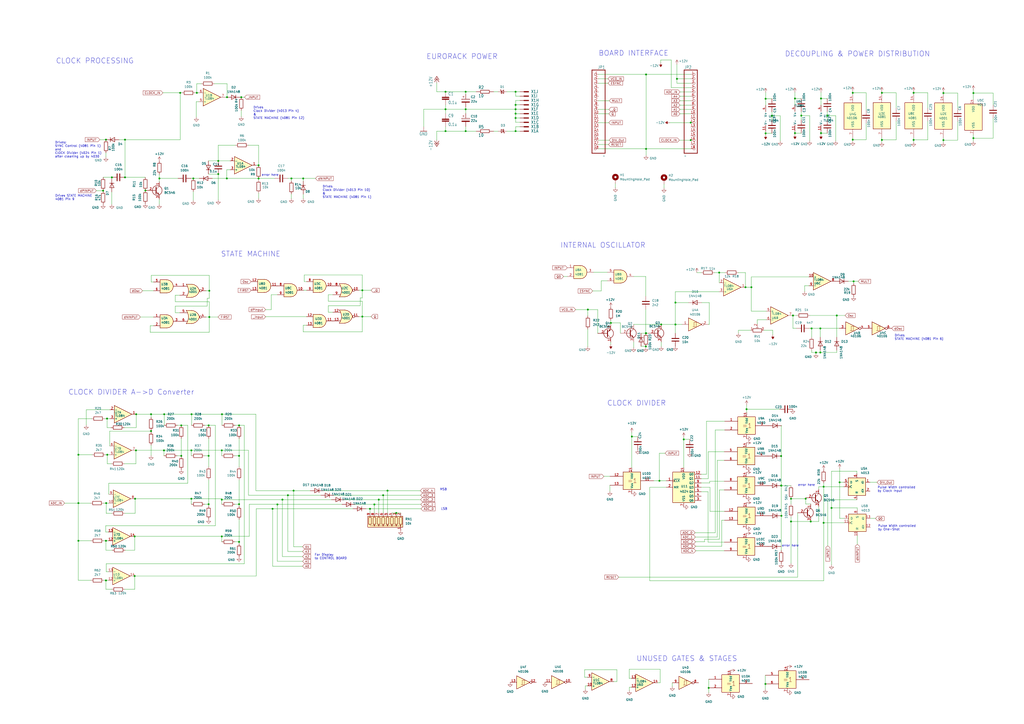
<source format=kicad_sch>
(kicad_sch (version 20230121) (generator eeschema)
  (paper "A2")
  (title_block (title "m0xpd EUCLID+ Main Board") (rev "1.0") (comment 1 "Published under CC BY-SQ 4.0 License") (comment 2 "See: https://github.com/m0xpd/EUCLIDplus"))
  (junction (at 210.185 183.642))
  (junction (at 59.817 110.617))
  (junction (at 175.895 103.505))
  (junction (at 61.468 313.69))
  (junction (at 72.517 81.026))
  (junction (at 470.789 190.5))
  (junction (at 95.25 240.284))
  (junction (at 400.685 71.12))
  (junction (at 128.651 311.15))
  (junction (at 464.82 67.056))
  (junction (at 214.63 295.148))
  (junction (at 299.085 76.073))
  (junction (at 62.23 263.779))
  (junction (at 224.79 284.607))
  (junction (at 72.517 102.87))
  (junction (at 392.684 45.72))
  (junction (at 435.864 166.624))
  (junction (at 477.774 303.276))
  (junction (at 121.412 168.656))
  (junction (at 396.621 254.889))
  (junction (at 453.136 264.541))
  (junction (at 138.684 314.325))
  (junction (at 45.466 263.779))
  (junction (at 126.619 100.965))
  (junction (at 382.524 278.892))
  (junction (at 366.522 253.238))
  (junction (at 167.005 287.274))
  (junction (at 529.971 53.848))
  (junction (at 374.777 43.18))
  (junction (at 95.123 261.239))
  (junction (at 475.869 190.5))
  (junction (at 547.243 81.28))
  (junction (at 433.07 237.363))
  (junction (at 160.909 292.608))
  (junction (at 374.777 193.294))
  (junction (at 258.445 53.213))
  (junction (at 374.65 193.294))
  (junction (at 78.994 240.284))
  (junction (at 138.684 292.481))
  (junction (at 104.521 53.848))
  (junction (at 485.394 183.007))
  (junction (at 564.642 80.137))
  (junction (at 78.867 261.239))
  (junction (at 87.63 250.063))
  (junction (at 459.994 183.007))
  (junction (at 547.243 53.975))
  (junction (at 121.031 264.414))
  (junction (at 62.103 242.824))
  (junction (at 383.54 188.214))
  (junction (at 149.987 103.505))
  (junction (at 121.412 183.896))
  (junction (at 411.099 399.034))
  (junction (at 128.651 289.814))
  (junction (at 219.71 289.814))
  (junction (at 453.263 299.212))
  (junction (at 511.556 81.153))
  (junction (at 494.665 53.848))
  (junction (at 391.795 188.214))
  (junction (at 110.998 289.306))
  (junction (at 447.802 67.183))
  (junction (at 170.307 284.607))
  (junction (at 105.156 264.414))
  (junction (at 470.281 302.514))
  (junction (at 87.63 240.284))
  (junction (at 400.685 81.28))
  (junction (at 340.995 179.578))
  (junction (at 374.777 86.36))
  (junction (at 112.141 103.505))
  (junction (at 258.445 63.373))
  (junction (at 432.435 166.624))
  (junction (at 114.173 53.848))
  (junction (at 299.085 53.213))
  (junction (at 138.684 246.761))
  (junction (at 61.468 81.026))
  (junction (at 391.795 175.514))
  (junction (at 92.456 103.505))
  (junction (at 126.619 93.345))
  (junction (at 270.129 76.073))
  (junction (at 139.954 56.388))
  (junction (at 444.119 57.277))
  (junction (at 270.129 53.213))
  (junction (at 494.665 81.026))
  (junction (at 222.25 287.274))
  (junction (at 121.031 246.761))
  (junction (at 299.085 65.913))
  (junction (at 149.987 95.885))
  (junction (at 564.642 53.975))
  (junction (at 128.778 240.284))
  (junction (at 111.125 240.284))
  (junction (at 45.466 291.846))
  (junction (at 169.037 103.505))
  (junction (at 354.33 187.325))
  (junction (at 479.933 67.056))
  (junction (at 270.129 63.373))
  (junction (at 138.684 264.414))
  (junction (at 443.992 396.748))
  (junction (at 163.83 289.814))
  (junction (at 131.572 103.505))
  (junction (at 453.263 281.686))
  (junction (at 476.25 77.216))
  (junction (at 210.185 168.402))
  (junction (at 299.085 68.453))
  (junction (at 487.045 279.781))
  (junction (at 78.105 311.15))
  (junction (at 61.595 291.846))
  (junction (at 128.651 261.239))
  (junction (at 444.119 77.343))
  (junction (at 158.115 295.148))
  (junction (at 461.137 57.15))
  (junction (at 495.173 163.195))
  (junction (at 229.87 297.561))
  (junction (at 84.328 110.49))
  (junction (at 61.468 336.677))
  (junction (at 110.998 261.239))
  (junction (at 477.774 282.321))
  (junction (at 458.851 302.514))
  (junction (at 217.17 292.608))
  (junction (at 258.445 76.073))
  (junction (at 476.25 57.15))
  (junction (at 475.869 204.47))
  (junction (at 78.105 334.137))
  (junction (at 78.359 289.306))
  (junction (at 131.699 56.388))
  (junction (at 482.346 294.64))
  (junction (at 299.085 60.833))
  (junction (at 374.65 200.914))
  (junction (at 64.897 102.87))
  (junction (at 473.329 204.47))
  (junction (at 417.195 158.115))
  (junction (at 299.085 63.373))
  (junction (at 461.137 77.216))
  (junction (at 529.971 81.153))
  (junction (at 45.466 313.69))
  (junction (at 453.136 281.686))
  (junction (at 105.156 246.761))
  (junction (at 121.031 292.481))
  (junction (at 467.36 289.306))
  (junction (at 511.556 53.848))
  (junction (at 458.851 289.306))
  (wire (pts (xy 443.103 191.643) (xy 448.31 191.643)))
  (wire (pts (xy 467.36 289.306) (xy 467.36 288.798)))
  (wire (pts (xy 432.435 158.115) (xy 428.244 158.115)))
  (wire (pts (xy 128.651 311.15) (xy 144.653 311.15)))
  (wire (pts (xy 428.371 191.643) (xy 435.483 191.643)))
  (wire (pts (xy 95.123 261.239) (xy 110.998 261.239)))
  (wire (pts (xy 382.905 396.113) (xy 382.905 388.239)))
  (wire (pts (xy 394.1064 81.28) (xy 400.685 81.28)))
  (wire (pts (xy 167.005 287.274) (xy 167.005 319.913)))
  (wire (pts (xy 227.33 297.561) (xy 229.87 297.561)))
  (wire (pts (xy 128.778 240.284) (xy 128.778 246.761)))
  (wire (pts (xy 374.65 193.294) (xy 374.777 193.294)))
  (wire (pts (xy 64.516 268.986) (xy 62.23 268.986)))
  (wire (pts (xy 350.266 276.352) (xy 353.822 276.352)))
  (wire (pts (xy 374.777 43.18) (xy 400.685 43.18)))
  (wire (pts (xy 475.869 190.5) (xy 475.869 195.58)))
  (wire (pts (xy 443.992 396.748) (xy 443.992 399.796)))
  (wire (pts (xy 116.713 48.514) (xy 114.173 48.514)))
  (wire (pts (xy 467.36 292.354) (xy 467.36 289.306)))
  (wire (pts (xy 148.59 295.148) (xy 158.115 295.148)))
  (wire (pts (xy 394.462 58.42) (xy 400.685 58.42)))
  (wire (pts (xy 104.521 53.848) (xy 104.521 81.026)))
  (wire (pts (xy 497.332 295.656) (xy 497.332 294.64)))
  (wire (pts (xy 464.82 67.056) (xy 464.82 69.596)))
  (wire (pts (xy 418.719 316.865) (xy 418.719 301.752)))
  (wire (pts (xy 480.187 289.941) (xy 497.078 289.941)))
  (wire (pts (xy 482.346 294.64) (xy 482.346 327.66)))
  (wire (pts (xy 461.137 57.15) (xy 461.137 60.96)))
  (wire (pts (xy 519.811 81.153) (xy 519.811 70.358)))
  (wire (pts (xy 45.466 263.779) (xy 53.467 263.779)))
  (wire (pts (xy 114.173 48.514) (xy 114.173 53.848)))
  (wire (pts (xy 487.045 271.78) (xy 487.045 279.781)))
  (wire (pts (xy 448.31 191.643) (xy 448.31 194.183)))
  (wire (pts (xy 175.514 325.628) (xy 160.909 325.628)))
  (wire (pts (xy 382.524 262.89) (xy 385.826 262.89)))
  (wire (pts (xy 414.401 158.115) (xy 417.195 158.115)))
  (wire (pts (xy 406.781 285.242) (xy 410.718 285.242)))
  (wire (pts (xy 564.642 53.975) (xy 564.642 57.785)))
  (wire (pts (xy 176.149 168.402) (xy 177.8 168.402)))
  (wire (pts (xy 128.651 311.15) (xy 128.651 314.325)))
  (wire (pts (xy 78.994 248.031) (xy 72.009 248.031)))
  (wire (pts (xy 411.099 399.034) (xy 411.099 401.701)))
  (wire (pts (xy 383.54 188.214) (xy 391.795 188.214)))
  (wire (pts (xy 64.897 102.87) (xy 59.817 102.87)))
  (wire (pts (xy 301.625 60.833) (xy 299.085 60.833)))
  (wire (pts (xy 576.072 80.137) (xy 576.072 68.58)))
  (wire (pts (xy 294.005 76.073) (xy 299.085 76.073)))
  (wire (pts (xy 494.665 81.026) (xy 494.665 81.915)))
  (wire (pts (xy 212.344 295.148) (xy 214.63 295.148)))
  (wire (pts (xy 63.754 237.744) (xy 50.038 237.744)))
  (wire (pts (xy 78.105 334.137) (xy 78.105 341.884)))
  (wire (pts (xy 347.218 81.28) (xy 353.3648 81.28)))
  (wire (pts (xy 547.243 53.34) (xy 547.243 53.975)))
  (wire (pts (xy 485.394 183.007) (xy 485.394 195.58)))
  (wire (pts (xy 141.732 246.761) (xy 141.732 327.025)))
  (wire (pts (xy 299.085 63.373) (xy 299.085 65.913)))
  (wire (pts (xy 435.864 160.655) (xy 435.864 166.624)))
  (wire (pts (xy 229.87 297.561) (xy 232.41 297.561)))
  (wire (pts (xy 476.25 77.216) (xy 479.933 77.216)))
  (wire (pts (xy 163.83 289.814) (xy 192.278 289.814)))
  (wire (pts (xy 470.281 292.354) (xy 467.36 292.354)))
  (wire (pts (xy 187.579 284.607) (xy 224.79 284.607)))
  (wire (pts (xy 538.226 53.848) (xy 529.971 53.848)))
  (wire (pts (xy 121.412 183.896) (xy 126.492 183.896)))
  (wire (pts (xy 148.463 240.284) (xy 148.463 284.607)))
  (wire (pts (xy 364.998 388.239) (xy 364.998 393.573)))
  (wire (pts (xy 470.789 190.5) (xy 470.789 195.58)))
  (wire (pts (xy 410.845 188.214) (xy 411.48 188.214)))
  (wire (pts (xy 444.5 185.547) (xy 439.293 185.547)))
  (wire (pts (xy 396.621 253.619) (xy 396.621 254.889)))
  (wire (pts (xy 547.243 81.28) (xy 547.243 82.55)))
  (wire (pts (xy 476.25 77.216) (xy 476.25 78.105)))
  (wire (pts (xy 258.445 63.373) (xy 258.445 65.913)))
  (wire (pts (xy 124.968 246.761) (xy 124.968 304.927)))
  (wire (pts (xy 403.225 308.991) (xy 414.909 308.991)))
  (wire (pts (xy 87.63 249.682) (xy 87.63 250.063)))
  (wire (pts (xy 45.466 313.69) (xy 52.705 313.69)))
  (wire (pts (xy 461.899 190.5) (xy 459.994 190.5)))
  (wire (pts (xy 210.185 172.847) (xy 210.185 168.402)))
  (wire (pts (xy 459.994 183.007) (xy 459.994 190.5)))
  (wire (pts (xy 476.25 57.15) (xy 479.933 57.15)))
  (wire (pts (xy 64.77 341.884) (xy 61.468 341.884)))
  (wire (pts (xy 359.918 193.294) (xy 359.918 187.325)))
  (wire (pts (xy 447.802 64.897) (xy 447.802 67.183)))
  (wire (pts (xy 410.845 262.001) (xy 420.116 262.001)))
  (wire (pts (xy 169.037 103.505) (xy 175.895 103.505)))
  (wire (pts (xy 110.998 289.306) (xy 110.998 292.481)))
  (wire (pts (xy 519.811 62.738) (xy 519.811 53.848)))
  (wire (pts (xy 110.998 289.306) (xy 128.651 289.306)))
  (wire (pts (xy 476.25 53.594) (xy 476.25 57.15)))
  (wire (pts (xy 406.781 282.702) (xy 411.861 282.702)))
  (wire (pts (xy 131.572 98.425) (xy 131.572 103.505)))
  (wire (pts (xy 400.685 71.12) (xy 400.7104 71.12)))
  (wire (pts (xy 374.65 200.914) (xy 374.65 201.549)))
  (wire (pts (xy 253.365 53.213) (xy 253.365 48.133)))
  (wire (pts (xy 461.137 76.2) (xy 461.137 77.216)))
  (wire (pts (xy 78.105 319.151) (xy 72.644 319.151)))
  (wire (pts (xy 78.105 311.15) (xy 128.651 311.15)))
  (wire (pts (xy 78.105 341.884) (xy 72.39 341.884)))
  (wire (pts (xy 347.218 86.36) (xy 374.777 86.36)))
  (wire (pts (xy 149.987 103.505) (xy 149.987 104.394)))
  (wire (pts (xy 371.856 200.914) (xy 374.65 200.914)))
  (wire (pts (xy 477.774 280.162) (xy 477.774 282.194)))
  (wire (pts (xy 391.795 188.214) (xy 391.795 193.294)))
  (wire (pts (xy 144.653 311.15) (xy 144.653 292.481)))
  (wire (pts (xy 208.28 183.642) (xy 210.185 183.642)))
  (wire (pts (xy 270.129 63.373) (xy 299.085 63.373)))
  (wire (pts (xy 428.371 191.643) (xy 428.371 193.167)))
  (wire (pts (xy 120.904 100.965) (xy 126.619 100.965)))
  (wire (pts (xy 258.445 63.373) (xy 270.129 63.373)))
  (wire (pts (xy 462.661 297.434) (xy 462.661 334.772)))
  (wire (pts (xy 464.82 64.77) (xy 464.82 67.056)))
  (wire (pts (xy 410.845 277.622) (xy 410.845 262.001)))
  (wire (pts (xy 416.052 311.531) (xy 416.052 267.081)))
  (wire (pts (xy 175.895 112.649) (xy 175.895 115.189)))
  (wire (pts (xy 157.353 179.578) (xy 157.353 170.942)))
  (wire (pts (xy 45.466 291.846) (xy 52.451 291.846)))
  (wire (pts (xy 444.119 77.343) (xy 447.802 77.343)))
  (wire (pts (xy 84.328 110.49) (xy 84.836 110.49)))
  (wire (pts (xy 511.556 53.213) (xy 511.556 53.848)))
  (wire (pts (xy 382.524 278.892) (xy 386.461 278.892)))
  (wire (pts (xy 474.98 282.321) (xy 477.774 282.321)))
  (wire (pts (xy 170.307 284.607) (xy 170.307 317.119)))
  (wire (pts (xy 120.904 93.345) (xy 126.619 93.345)))
  (wire (pts (xy 475.869 190.5) (xy 486.791 190.5)))
  (wire (pts (xy 403.352 311.531) (xy 416.052 311.531)))
  (wire (pts (xy 133.477 98.425) (xy 131.572 98.425)))
  (wire (pts (xy 102.87 246.761) (xy 105.156 246.761)))
  (wire (pts (xy 128.651 261.239) (xy 144.145 261.239)))
  (wire (pts (xy 144.145 287.274) (xy 167.005 287.274)))
  (wire (pts (xy 136.271 264.414) (xy 138.684 264.414)))
  (wire (pts (xy 45.466 291.846) (xy 45.466 263.779)))
  (wire (pts (xy 394.462 60.96) (xy 400.685 60.96)))
  (wire (pts (xy 61.468 336.677) (xy 62.865 336.677)))
  (wire (pts (xy 138.684 246.761) (xy 141.732 246.761)))
  (wire (pts (xy 138.684 301.244) (xy 138.684 314.325)))
  (wire (pts (xy 497.078 273.304) (xy 482.346 273.304)))
  (wire (pts (xy 444.119 57.277) (xy 447.802 57.277)))
  (wire (pts (xy 443.992 391.668) (xy 443.992 396.748)))
  (wire (pts (xy 502.412 71.501) (xy 502.412 81.026)))
  (wire (pts (xy 78.359 289.306) (xy 110.998 289.306)))
  (wire (pts (xy 435.864 180.467) (xy 444.5 180.467)))
  (wire (pts (xy 95.25 240.284) (xy 111.125 240.284)))
  (wire (pts (xy 210.185 159.512) (xy 210.185 168.402)))
  (wire (pts (xy 400.685 50.8) (xy 389.382 50.8)))
  (wire (pts (xy 396.621 254.889) (xy 400.05 254.889)))
  (wire (pts (xy 469.773 183.007) (xy 485.394 183.007)))
  (wire (pts (xy 157.353 170.942) (xy 160.909 170.942)))
  (wire (pts (xy 301.625 55.753) (xy 299.085 55.753)))
  (wire (pts (xy 52.705 336.677) (xy 45.466 336.677)))
  (wire (pts (xy 489.712 300.736) (xy 487.045 300.736)))
  (wire (pts (xy 110.998 261.239) (xy 110.998 264.414)))
  (wire (pts (xy 382.524 278.892) (xy 382.524 262.89)))
  (wire (pts (xy 392.684 48.26) (xy 392.684 45.72)))
  (wire (pts (xy 138.684 278.384) (xy 138.684 292.481)))
  (wire (pts (xy 367.538 198.374) (xy 367.538 201.549)))
  (wire (pts (xy 301.625 65.913) (xy 299.085 65.913)))
  (wire (pts (xy 92.456 115.57) (xy 92.456 118.491)))
  (wire (pts (xy 389.382 50.8) (xy 389.382 34.798)))
  (wire (pts (xy 214.63 295.148) (xy 214.63 297.561)))
  (wire (pts (xy 474.98 302.514) (xy 474.98 293.878)))
  (wire (pts (xy 453.263 281.686) (xy 458.851 281.686)))
  (wire (pts (xy 453.136 246.888) (xy 453.39 246.888)))
  (wire (pts (xy 175.895 192.532) (xy 210.185 192.532)))
  (wire (pts (xy 121.031 264.414) (xy 121.031 270.764)))
  (wire (pts (xy 391.795 175.514) (xy 399.415 175.514)))
  (wire (pts (xy 390.017 396.113) (xy 390.017 398.145)))
  (wire (pts (xy 364.998 393.573) (xy 366.268 393.573)))
  (wire (pts (xy 453.136 264.541) (xy 453.136 281.686)))
  (wire (pts (xy 158.115 295.148) (xy 204.724 295.148)))
  (wire (pts (xy 511.556 81.153) (xy 511.556 82.423)))
  (wire (pts (xy 111.125 240.284) (xy 111.125 246.761)))
  (wire (pts (xy 374.777 193.294) (xy 374.777 193.167)))
  (wire (pts (xy 469.265 165.735) (xy 466.725 165.735)))
  (wire (pts (xy 62.23 268.986) (xy 62.23 263.779)))
  (wire (pts (xy 376.936 282.702) (xy 386.461 282.702)))
  (wire (pts (xy 391.795 169.164) (xy 391.795 175.514)))
  (wire (pts (xy 466.725 165.735) (xy 466.725 169.037)))
  (wire (pts (xy 224.79 284.607) (xy 224.79 297.561)))
  (wire (pts (xy 417.322 312.801) (xy 417.322 284.226)))
  (wire (pts (xy 175.895 103.505) (xy 175.895 105.029)))
  (wire (pts (xy 160.909 292.481) (xy 160.909 292.608)))
  (wire (pts (xy 169.037 103.505) (xy 169.037 104.902)))
  (wire (pts (xy 258.445 53.213) (xy 270.129 53.213)))
  (wire (pts (xy 400.685 81.28) (xy 400.7104 81.28)))
  (wire (pts (xy 355.981 395.351) (xy 357.886 395.351)))
  (wire (pts (xy 270.129 73.406) (xy 270.129 76.073)))
  (wire (pts (xy 482.346 294.64) (xy 497.332 294.64)))
  (wire (pts (xy 87.122 192.786) (xy 121.412 192.786)))
  (wire (pts (xy 190.5 177.292) (xy 190.5 181.102)))
  (wire (pts (xy 270.129 62.23) (xy 270.129 63.373)))
  (wire (pts (xy 340.995 190.881) (xy 340.995 201.041)))
  (wire (pts (xy 270.129 53.213) (xy 270.129 54.61)))
  (wire (pts (xy 367.538 188.214) (xy 383.54 188.214)))
  (wire (pts (xy 511.556 53.848) (xy 511.556 54.483)))
  (wire (pts (xy 477.774 282.321) (xy 489.458 282.321)))
  (wire (pts (xy 492.125 163.195) (xy 495.173 163.195)))
  (wire (pts (xy 101.727 171.196) (xy 101.727 175.006)))
  (wire (pts (xy 504.952 300.736) (xy 507.873 300.736)))
  (wire (pts (xy 61.468 313.69) (xy 62.865 313.69)))
  (wire (pts (xy 149.987 112.014) (xy 149.987 115.062)))
  (wire (pts (xy 511.556 81.153) (xy 519.811 81.153)))
  (wire (pts (xy 352.298 162.941) (xy 348.742 162.941)))
  (wire (pts (xy 444.119 77.343) (xy 444.119 78.232)))
  (wire (pts (xy 391.795 188.214) (xy 395.605 188.214)))
  (wire (pts (xy 547.243 53.975) (xy 547.243 54.61)))
  (wire (pts (xy 61.468 88.646) (xy 61.468 91.059)))
  (wire (pts (xy 502.412 53.848) (xy 494.665 53.848)))
  (wire (pts (xy 81.407 183.896) (xy 89.027 183.896)))
  (wire (pts (xy 494.665 80.01) (xy 494.665 81.026)))
  (wire (pts (xy 406.781 280.162) (xy 411.734 280.162)))
  (wire (pts (xy 347.218 58.42) (xy 353.4156 58.42)))
  (wire (pts (xy 299.085 55.753) (xy 299.085 53.213)))
  (wire (pts (xy 154.051 183.642) (xy 154.051 183.769)))
  (wire (pts (xy 439.293 185.547) (xy 439.293 187.833)))
  (wire (pts (xy 447.802 67.183) (xy 447.802 69.723)))
  (wire (pts (xy 208.28 168.402) (xy 210.185 168.402)))
  (wire (pts (xy 138.684 292.481) (xy 138.684 293.624)))
  (wire (pts (xy 403.479 314.325) (xy 408.686 314.325)))
  (wire (pts (xy 61.341 304.927) (xy 61.341 308.61)))
  (wire (pts (xy 92.456 103.505) (xy 92.456 105.41)))
  (wire (pts (xy 374.777 86.36) (xy 400.685 86.36)))
  (wire (pts (xy 69.088 81.026) (xy 72.517 81.026)))
  (wire (pts (xy 433.07 237.363) (xy 433.07 239.268)))
  (wire (pts (xy 175.895 103.505) (xy 183.007 103.505)))
  (wire (pts (xy 494.665 52.959) (xy 494.665 53.848)))
  (wire (pts (xy 78.359 289.306) (xy 78.359 297.815)))
  (wire (pts (xy 61.468 341.884) (xy 61.468 336.677)))
  (wire (pts (xy 433.07 234.95) (xy 433.07 237.363)))
  (wire (pts (xy 118.618 264.414) (xy 121.031 264.414)))
  (wire (pts (xy 458.851 299.974) (xy 458.851 302.514)))
  (wire (pts (xy 64.389 248.031) (xy 62.103 248.031)))
  (wire (pts (xy 475.869 203.2) (xy 475.869 204.47)))
  (wire (pts (xy 459.74 183.007) (xy 459.994 183.007)))
  (wire (pts (xy 149.987 84.201) (xy 144.145 84.201)))
  (wire (pts (xy 382.905 388.239) (xy 364.998 388.239)))
  (wire (pts (xy 529.971 81.153) (xy 529.971 82.423)))
  (wire (pts (xy 167.005 287.274) (xy 186.055 287.274)))
  (wire (pts (xy 479.933 67.056) (xy 484.759 67.056)))
  (wire (pts (xy 50.038 237.744) (xy 50.038 246.507)))
  (wire (pts (xy 347.218 45.72) (xy 352.679 45.72)))
  (wire (pts (xy 112.141 103.505) (xy 115.57 103.505)))
  (wire (pts (xy 339.09 392.811) (xy 340.741 392.811)))
  (wire (pts (xy 376.936 282.702) (xy 376.936 336.931)))
  (wire (pts (xy 61.595 297.815) (xy 61.595 291.846)))
  (wire (pts (xy 538.226 81.153) (xy 538.226 70.358)))
  (wire (pts (xy 346.71 193.421) (xy 346.71 179.578)))
  (wire (pts (xy 564.642 52.197) (xy 564.642 53.975)))
  (wire (pts (xy 502.412 63.881) (xy 502.412 53.848)))
  (wire (pts (xy 470.281 302.514) (xy 474.98 302.514)))
  (wire (pts (xy 447.802 67.183) (xy 452.628 67.183)))
  (wire (pts (xy 121.031 254.381) (xy 121.031 264.414)))
  (wire (pts (xy 356.997 106.553) (xy 356.997 108.839)))
  (wire (pts (xy 354.33 198.501) (xy 354.33 199.771)))
  (wire (pts (xy 576.072 53.975) (xy 564.642 53.975)))
  (wire (pts (xy 469.646 67.056) (xy 469.646 81.661)))
  (wire (pts (xy 160.909 292.608) (xy 198.374 292.608)))
  (wire (pts (xy 452.628 67.183) (xy 452.628 81.788)))
  (wire (pts (xy 124.968 304.927) (xy 61.341 304.927)))
  (wire (pts (xy 357.886 388.493) (xy 339.09 388.493)))
  (wire (pts (xy 136.271 292.481) (xy 138.684 292.481)))
  (wire (pts (xy 136.525 84.201) (xy 126.619 84.201)))
  (wire (pts (xy 118.745 246.761) (xy 121.031 246.761)))
  (wire (pts (xy 433.07 237.363) (xy 452.247 237.363)))
  (wire (pts (xy 118.618 292.481) (xy 121.031 292.481)))
  (wire (pts (xy 394.462 66.04) (xy 400.685 66.04)))
  (wire (pts (xy 410.718 285.242) (xy 410.718 314.452)))
  (wire (pts (xy 374.777 86.36) (xy 374.777 90.043)))
  (wire (pts (xy 435.864 166.624) (xy 435.864 180.467)))
  (wire (pts (xy 477.774 303.276) (xy 477.774 282.321)))
  (wire (pts (xy 64.897 111.379) (xy 64.897 118.491)))
  (wire (pts (xy 464.82 67.056) (xy 469.646 67.056)))
  (wire (pts (xy 121.412 175.006) (xy 121.412 183.896)))
  (wire (pts (xy 411.861 296.672) (xy 420.243 296.672)))
  (wire (pts (xy 177.8 188.722) (xy 175.895 188.722)))
  (wire (pts (xy 158.115 295.148) (xy 158.115 328.422)))
  (wire (pts (xy 301.625 68.453) (xy 299.085 68.453)))
  (wire (pts (xy 175.514 317.119) (xy 170.307 317.119)))
  (wire (pts (xy 344.297 157.861) (xy 352.298 157.861)))
  (wire (pts (xy 128.778 240.284) (xy 148.463 240.284)))
  (wire (pts (xy 458.851 302.514) (xy 470.281 302.514)))
  (wire (pts (xy 411.734 280.162) (xy 411.734 279.146)))
  (wire (pts (xy 208.915 172.847) (xy 210.185 172.847)))
  (wire (pts (xy 366.522 253.238) (xy 366.522 271.272)))
  (wire (pts (xy 110.871 103.505) (xy 112.141 103.505)))
  (wire (pts (xy 299.085 60.833) (xy 299.085 63.373)))
  (wire (pts (xy 131.699 48.514) (xy 124.333 48.514)))
  (wire (pts (xy 477.774 303.276) (xy 489.712 303.276)))
  (wire (pts (xy 453.136 316.865) (xy 453.136 299.212)))
  (wire (pts (xy 374.65 171.831) (xy 374.65 160.401)))
  (wire (pts (xy 461.137 53.594) (xy 461.137 57.15)))
  (wire (pts (xy 385.191 106.807) (xy 385.191 109.093)))
  (wire (pts (xy 128.651 289.814) (xy 128.651 292.481)))
  (wire (pts (xy 453.263 299.212) (xy 453.263 281.686)))
  (wire (pts (xy 339.598 397.891) (xy 340.741 397.891)))
  (wire (pts (xy 45.466 336.677) (xy 45.466 313.69)))
  (wire (pts (xy 78.867 268.986) (xy 72.136 268.986)))
  (wire (pts (xy 564.642 80.137) (xy 576.072 80.137)))
  (wire (pts (xy 222.25 287.274) (xy 243.967 287.274)))
  (wire (pts (xy 120.142 173.101) (xy 121.412 173.101)))
  (wire (pts (xy 101.727 177.546) (xy 101.727 181.356)))
  (wire (pts (xy 358.902 334.772) (xy 462.661 334.772)))
  (wire (pts (xy 374.777 193.294) (xy 375.92 193.294)))
  (wire (pts (xy 120.142 177.546) (xy 120.142 173.101)))
  (wire (pts (xy 193.04 170.942) (xy 190.5 170.942)))
  (wire (pts (xy 473.329 204.47) (xy 470.789 204.47)))
  (wire (pts (xy 141.732 327.025) (xy 61.595 327.025)))
  (wire (pts (xy 294.005 53.213) (xy 299.085 53.213)))
  (wire (pts (xy 366.522 250.825) (xy 366.522 253.238)))
  (wire (pts (xy 138.684 264.414) (xy 138.684 270.764)))
  (wire (pts (xy 57.912 81.026) (xy 61.468 81.026)))
  (wire (pts (xy 205.994 292.608) (xy 217.17 292.608)))
  (wire (pts (xy 340.995 179.578) (xy 340.995 183.261)))
  (wire (pts (xy 101.727 175.006) (xy 121.412 175.006)))
  (wire (pts (xy 121.412 183.896) (xy 121.412 192.786)))
  (wire (pts (xy 404.241 158.115) (xy 406.781 158.115)))
  (wire (pts (xy 391.795 169.164) (xy 417.195 169.164)))
  (wire (pts (xy 476.25 57.15) (xy 476.25 60.96)))
  (wire (pts (xy 519.811 53.848) (xy 511.556 53.848)))
  (wire (pts (xy 529.971 53.213) (xy 529.971 53.848)))
  (wire (pts (xy 391.795 175.514) (xy 391.795 188.214)))
  (wire (pts (xy 114.173 53.848) (xy 115.316 53.848)))
  (wire (pts (xy 469.265 160.655) (xy 435.864 160.655)))
  (wire (pts (xy 87.63 250.063) (xy 87.63 250.571)))
  (wire (pts (xy 78.105 311.15) (xy 78.105 319.151)))
  (wire (pts (xy 347.218 71.12) (xy 353.1616 71.12)))
  (wire (pts (xy 102.743 264.414) (xy 105.156 264.414)))
  (wire (pts (xy 374.65 179.451) (xy 374.65 193.294)))
  (wire (pts (xy 495.173 163.195) (xy 495.173 164.338)))
  (wire (pts (xy 417.195 158.115) (xy 420.624 158.115)))
  (wire (pts (xy 148.717 95.885) (xy 149.987 95.885)))
  (wire (pts (xy 270.129 76.073) (xy 276.225 76.073)))
  (wire (pts (xy 394.462 63.5) (xy 400.685 63.5)))
  (wire (pts (xy 354.33 187.325) (xy 354.33 188.341)))
  (wire (pts (xy 299.085 70.993) (xy 301.625 70.993)))
  (wire (pts (xy 169.037 112.522) (xy 169.037 115.189)))
  (wire (pts (xy 131.699 56.388) (xy 131.699 48.514)))
  (wire (pts (xy 366.522 253.238) (xy 369.951 253.238)))
  (wire (pts (xy 176.53 159.512) (xy 176.53 163.322)))
  (wire (pts (xy 105.156 254.381) (xy 105.156 264.414)))
  (wire (pts (xy 504.698 279.781) (xy 508.762 279.781)))
  (wire (pts (xy 175.895 188.722) (xy 175.895 192.532)))
  (wire (pts (xy 497.332 310.896) (xy 497.332 315.722)))
  (wire (pts (xy 353.822 281.432) (xy 353.822 284.988)))
  (wire (pts (xy 555.498 53.975) (xy 547.243 53.975)))
  (wire (pts (xy 459.994 183.007) (xy 462.153 183.007)))
  (wire (pts (xy 104.267 181.356) (xy 101.727 181.356)))
  (wire (pts (xy 61.595 331.597) (xy 62.865 331.597)))
  (wire (pts (xy 301.625 53.213) (xy 299.085 53.213)))
  (wire (pts (xy 144.145 261.239) (xy 144.145 287.274)))
  (wire (pts (xy 87.757 159.766) (xy 121.412 159.766)))
  (wire (pts (xy 444.119 76.327) (xy 444.119 77.343)))
  (wire (pts (xy 105.156 264.414) (xy 105.156 264.795)))
  (wire (pts (xy 476.25 76.2) (xy 476.25 77.216)))
  (wire (pts (xy 95.123 261.239) (xy 95.123 264.414)))
  (wire (pts (xy 65.024 319.151) (xy 61.468 319.151)))
  (wire (pts (xy 214.63 295.148) (xy 244.221 295.148)))
  (wire (pts (xy 245.745 63.373) (xy 245.745 73.533)))
  (wire (pts (xy 104.267 171.196) (xy 101.727 171.196)))
  (wire (pts (xy 365.125 400.558) (xy 365.125 398.653)))
  (wire (pts (xy 199.898 289.814) (xy 219.71 289.814)))
  (wire (pts (xy 60.071 291.846) (xy 61.595 291.846)))
  (wire (pts (xy 406.781 277.622) (xy 410.845 277.622)))
  (wire (pts (xy 121.412 173.101) (xy 121.412 168.656)))
  (wire (pts (xy 219.71 289.814) (xy 219.71 297.561)))
  (wire (pts (xy 564.642 78.105) (xy 564.642 80.137)))
  (wire (pts (xy 60.325 313.69) (xy 61.468 313.69)))
  (wire (pts (xy 45.466 313.69) (xy 45.466 291.846)))
  (wire (pts (xy 87.63 258.191) (xy 87.63 264.16)))
  (wire (pts (xy 416.052 267.081) (xy 420.116 267.081)))
  (wire (pts (xy 126.619 100.965) (xy 126.619 115.951)))
  (wire (pts (xy 110.998 261.239) (xy 128.651 261.239)))
  (wire (pts (xy 383.286 34.798) (xy 383.286 36.322)))
  (wire (pts (xy 45.466 263.779) (xy 45.466 242.824)))
  (wire (pts (xy 121.031 278.384) (xy 121.031 292.481)))
  (wire (pts (xy 104.521 81.026) (xy 72.517 81.026)))
  (wire (pts (xy 453.136 299.212) (xy 453.263 299.212)))
  (wire (pts (xy 270.129 63.373) (xy 270.129 65.786)))
  (wire (pts (xy 61.341 308.61) (xy 62.865 308.61)))
  (wire (pts (xy 340.995 179.578) (xy 346.71 179.578)))
  (wire (pts (xy 59.817 110.617) (xy 55.88 110.617)))
  (wire (pts (xy 190.5 170.942) (xy 190.5 174.752)))
  (wire (pts (xy 121.412 159.766) (xy 121.412 168.656)))
  (wire (pts (xy 414.909 308.991) (xy 414.909 249.428)))
  (wire (pts (xy 410.718 314.452) (xy 420.116 314.452)))
  (wire (pts (xy 258.445 63.373) (xy 245.745 63.373)))
  (wire (pts (xy 392.684 45.72) (xy 392.684 37.338)))
  (wire (pts (xy 177.8 163.322) (xy 176.53 163.322)))
  (wire (pts (xy 87.63 250.063) (xy 63.627 250.063)))
  (wire (pts (xy 63.119 280.289) (xy 63.119 286.766)))
  (wire (pts (xy 144.653 292.481) (xy 160.909 292.481)))
  (wire (pts (xy 61.595 291.846) (xy 63.119 291.846)))
  (wire (pts (xy 119.507 168.656) (xy 121.412 168.656)))
  (wire (pts (xy 95.25 240.284) (xy 95.25 246.761)))
  (wire (pts (xy 121.031 246.761) (xy 124.968 246.761)))
  (wire (pts (xy 411.48 175.514) (xy 411.48 188.214)))
  (wire (pts (xy 61.595 327.025) (xy 61.595 331.597)))
  (wire (pts (xy 138.684 314.325) (xy 138.684 315.468)))
  (wire (pts (xy 473.329 204.47) (xy 473.329 205.105)))
  (wire (pts (xy 193.04 181.102) (xy 190.5 181.102)))
  (wire (pts (xy 64.77 297.815) (xy 61.595 297.815)))
  (wire (pts (xy 82.677 168.656) (xy 89.027 168.656)))
  (wire (pts (xy 409.829 244.348) (xy 409.829 275.082)))
  (wire (pts (xy 224.79 284.607) (xy 243.84 284.607)))
  (wire (pts (xy 555.498 81.28) (xy 555.498 70.485)))
  (wire (pts (xy 406.781 275.082) (xy 409.829 275.082)))
  (wire (pts (xy 479.933 67.056) (xy 479.933 69.596)))
  (wire (pts (xy 359.918 187.325) (xy 354.33 187.325)))
  (wire (pts (xy 482.346 273.304) (xy 482.346 294.64)))
  (wire (pts (xy 485.394 203.2) (xy 485.394 204.47)))
  (wire (pts (xy 495.173 163.195) (xy 497.84 163.195)))
  (wire (pts (xy 111.125 240.284) (xy 128.778 240.284)))
  (wire (pts (xy 388.4676 71.12) (xy 400.685 71.12)))
  (wire (pts (xy 453.136 316.992) (xy 453.136 319.278)))
  (wire (pts (xy 112.141 111.125) (xy 112.141 116.205)))
  (wire (pts (xy 408.686 312.801) (xy 417.322 312.801)))
  (wire (pts (xy 475.869 204.47) (xy 473.329 204.47)))
  (wire (pts (xy 444.119 57.277) (xy 444.119 61.087)))
  (wire (pts (xy 210.185 168.402) (xy 215.265 168.402)))
  (wire (pts (xy 347.218 63.5) (xy 353.2124 63.5)))
  (wire (pts (xy 160.909 292.608) (xy 160.909 325.628)))
  (wire (pts (xy 381.508 396.113) (xy 382.905 396.113)))
  (wire (pts (xy 270.129 53.213) (xy 276.225 53.213)))
  (wire (pts (xy 210.185 174.752) (xy 210.185 183.642)))
  (wire (pts (xy 108.966 246.761) (xy 108.966 280.289)))
  (wire (pts (xy 407.035 175.514) (xy 411.48 175.514)))
  (wire (pts (xy 480.187 289.941) (xy 480.187 316.611)))
  (wire (pts (xy 62.103 242.824) (xy 63.754 242.824)))
  (wire (pts (xy 576.072 60.96) (xy 576.072 53.975)))
  (wire (pts (xy 529.971 81.153) (xy 538.226 81.153)))
  (wire (pts (xy 59.817 110.49) (xy 59.817 110.617)))
  (wire (pts (xy 469.519 190.5) (xy 470.789 190.5)))
  (wire (pts (xy 130.556 56.388) (xy 131.699 56.388)))
  (wire (pts (xy 376.936 336.931) (xy 477.774 336.931)))
  (wire (pts (xy 87.122 188.976) (xy 87.122 192.786)))
  (wire (pts (xy 458.851 302.514) (xy 458.851 326.771)))
  (wire (pts (xy 371.856 193.294) (xy 374.65 193.294)))
  (wire (pts (xy 299.085 58.293) (xy 299.085 60.833)))
  (wire (pts (xy 89.027 188.976) (xy 87.122 188.976)))
  (wire (pts (xy 487.045 279.781) (xy 487.045 300.736)))
  (wire (pts (xy 286.385 53.213) (xy 288.925 53.213)))
  (wire (pts (xy 414.909 249.428) (xy 420.37 249.428)))
  (wire (pts (xy 78.867 261.239) (xy 78.867 268.986)))
  (wire (pts (xy 131.572 103.505) (xy 149.987 103.505)))
  (wire (pts (xy 128.651 289.814) (xy 163.83 289.814)))
  (wire (pts (xy 458.851 289.306) (xy 467.36 289.306)))
  (wire (pts (xy 148.463 284.607) (xy 170.307 284.607)))
  (wire (pts (xy 148.59 334.137) (xy 148.59 295.148)))
  (wire (pts (xy 163.83 289.814) (xy 163.83 322.834)))
  (wire (pts (xy 63.627 250.063) (xy 63.627 258.699)))
  (wire (pts (xy 103.251 103.505) (xy 92.456 103.505)))
  (wire (pts (xy 347.218 66.04) (xy 353.187 66.04)))
  (wire (pts (xy 299.085 68.453) (xy 299.085 70.993)))
  (wire (pts (xy 529.971 53.848) (xy 529.971 54.483)))
  (wire (pts (xy 474.98 283.718) (xy 474.98 282.321)))
  (wire (pts (xy 113.919 58.928) (xy 113.919 67.945)))
  (wire (pts (xy 347.218 43.18) (xy 374.777 43.18)))
  (wire (pts (xy 420.116 319.532) (xy 403.606 319.532)))
  (wire (pts (xy 123.19 103.505) (xy 131.572 103.505)))
  (wire (pts (xy 219.71 289.814) (xy 243.967 289.814)))
  (wire (pts (xy 62.23 263.779) (xy 63.627 263.779)))
  (wire (pts (xy 139.954 64.008) (xy 139.954 67.564)))
  (wire (pts (xy 470.789 204.47) (xy 470.789 203.2)))
  (wire (pts (xy 154.051 179.578) (xy 157.353 179.578)))
  (wire (pts (xy 555.498 62.865) (xy 555.498 53.975)))
  (wire (pts (xy 453.136 264.541) (xy 453.136 246.888)))
  (wire (pts (xy 64.897 102.87) (xy 64.897 103.759)))
  (wire (pts (xy 389.382 34.798) (xy 383.286 34.798)))
  (wire (pts (xy 128.651 261.239) (xy 128.651 264.414)))
  (wire (pts (xy 154.051 183.642) (xy 177.8 183.642)))
  (wire (pts (xy 403.479 316.865) (xy 418.719 316.865)))
  (wire (pts (xy 208.915 177.292) (xy 208.915 172.847)))
  (wire (pts (xy 400.685 48.26) (xy 392.684 48.26)))
  (wire (pts (xy 547.243 81.28) (xy 555.498 81.28)))
  (wire (pts (xy 258.445 60.833) (xy 258.445 63.373)))
  (wire (pts (xy 126.619 84.201) (xy 126.619 93.345)))
  (wire (pts (xy 101.727 177.546) (xy 120.142 177.546)))
  (wire (pts (xy 299.085 73.533) (xy 299.085 76.073)))
  (wire (pts (xy 379.222 278.892) (xy 382.524 278.892)))
  (wire (pts (xy 408.686 314.325) (xy 408.686 312.801)))
  (wire (pts (xy 72.517 81.026) (xy 72.517 102.87)))
  (wire (pts (xy 136.398 246.761) (xy 138.684 246.761)))
  (wire (pts (xy 78.105 334.137) (xy 148.59 334.137)))
  (wire (pts (xy 494.665 53.848) (xy 494.665 54.61)))
  (wire (pts (xy 470.789 190.5) (xy 475.869 190.5)))
  (wire (pts (xy 409.829 244.348) (xy 420.37 244.348)))
  (wire (pts (xy 119.507 183.896) (xy 121.412 183.896)))
  (wire (pts (xy 485.394 204.47) (xy 475.869 204.47)))
  (wire (pts (xy 136.271 314.325) (xy 138.684 314.325)))
  (wire (pts (xy 139.319 56.388) (xy 139.954 56.388)))
  (wire (pts (xy 139.954 56.388) (xy 141.859 56.388)))
  (wire (pts (xy 417.322 284.226) (xy 420.116 284.226)))
  (wire (pts (xy 365.125 398.653) (xy 366.268 398.653)))
  (wire (pts (xy 217.17 292.608) (xy 244.094 292.608)))
  (wire (pts (xy 383.54 198.374) (xy 383.54 200.914)))
  (wire (pts (xy 354.33 185.801) (xy 354.33 187.325)))
  (wire (pts (xy 343.789 168.783) (xy 348.742 168.783)))
  (wire (pts (xy 60.325 336.677) (xy 61.468 336.677)))
  (wire (pts (xy 258.445 76.073) (xy 253.365 76.073)))
  (wire (pts (xy 115.316 58.928) (xy 113.919 58.928)))
  (wire (pts (xy 94.488 53.848) (xy 104.521 53.848)))
  (wire (pts (xy 479.933 64.77) (xy 479.933 67.056)))
  (wire (pts (xy 78.994 240.284) (xy 87.63 240.284)))
  (wire (pts (xy 299.085 65.913) (xy 299.085 68.453)))
  (wire (pts (xy 347.218 48.26) (xy 352.7044 48.26)))
  (wire (pts (xy 432.435 166.624) (xy 432.435 158.115)))
  (wire (pts (xy 72.517 102.87) (xy 84.328 102.87)))
  (wire (pts (xy 87.63 240.284) (xy 87.63 242.062)))
  (wire (pts (xy 497.078 274.701) (xy 497.078 273.304)))
  (wire (pts (xy 461.137 77.216) (xy 461.137 78.105)))
  (wire (pts (xy 193.675 287.274) (xy 222.25 287.274)))
  (wire (pts (xy 222.25 287.274) (xy 222.25 297.561)))
  (wire (pts (xy 564.642 80.137) (xy 564.642 81.915)))
  (wire (pts (xy 392.684 45.72) (xy 400.685 45.72)))
  (wire (pts (xy 347.218 83.82) (xy 352.9584 83.82)))
  (wire (pts (xy 59.817 110.617) (xy 59.817 110.871)))
  (wire (pts (xy 487.045 279.781) (xy 489.458 279.781)))
  (wire (pts (xy 37.465 291.846) (xy 45.466 291.846)))
  (wire (pts (xy 411.099 393.954) (xy 411.099 399.034)))
  (wire (pts (xy 461.137 77.216) (xy 464.82 77.216)))
  (wire (pts (xy 121.031 292.481) (xy 121.031 293.497)))
  (wire (pts (xy 432.435 166.624) (xy 435.864 166.624)))
  (wire (pts (xy 374.65 160.401) (xy 367.538 160.401)))
  (wire (pts (xy 453.136 281.686) (xy 453.263 281.686)))
  (wire (pts (xy 333.883 179.578) (xy 340.995 179.578)))
  (wire (pts (xy 394.462 55.88) (xy 400.685 55.88)))
  (wire (pts (xy 529.971 79.883) (xy 529.971 81.153)))
  (wire (pts (xy 357.886 395.351) (xy 357.886 388.493)))
  (wire (pts (xy 210.185 183.642) (xy 215.265 183.642)))
  (wire (pts (xy 149.987 103.505) (xy 159.385 103.505)))
  (wire (pts (xy 190.5 174.752) (xy 210.185 174.752)))
  (wire (pts (xy 87.757 159.766) (xy 87.757 163.576)))
  (wire (pts (xy 348.742 162.941) (xy 348.742 168.783)))
  (wire (pts (xy 484.759 67.056) (xy 484.759 81.661)))
  (wire (pts (xy 105.156 246.761) (xy 108.966 246.761)))
  (wire (pts (xy 502.412 81.026) (xy 494.665 81.026)))
  (wire (pts (xy 78.867 261.239) (xy 95.123 261.239)))
  (wire (pts (xy 113.157 53.848) (xy 114.173 53.848)))
  (wire (pts (xy 217.17 292.608) (xy 217.17 297.561)))
  (wire (pts (xy 374.777 43.18) (xy 374.777 86.36)))
  (wire (pts (xy 301.625 63.373) (xy 299.085 63.373)))
  (wire (pts (xy 190.5 177.292) (xy 208.915 177.292)))
  (wire (pts (xy 299.085 76.073) (xy 301.625 76.073)))
  (wire (pts (xy 485.394 183.007) (xy 490.22 183.007)))
  (wire (pts (xy 258.445 53.213) (xy 253.365 53.213)))
  (wire (pts (xy 138.684 254.381) (xy 138.684 264.414)))
  (wire (pts (xy 396.621 254.889) (xy 396.621 271.272)))
  (wire (pts (xy 61.087 263.779) (xy 62.23 263.779)))
  (wire (pts (xy 167.005 103.505) (xy 169.037 103.505)))
  (wire (pts (xy 258.445 76.073) (xy 258.445 73.533)))
  (wire (pts (xy 87.63 240.284) (xy 95.25 240.284)))
  (wire (pts (xy 104.521 53.848) (xy 105.537 53.848)))
  (wire (pts (xy 78.994 240.284) (xy 78.994 248.031)))
  (wire (pts (xy 253.365 76.073) (xy 253.365 81.153)))
  (wire (pts (xy 175.514 319.913) (xy 167.005 319.913)))
  (wire (pts (xy 547.243 80.01) (xy 547.243 81.28)))
  (wire (pts (xy 418.719 301.752) (xy 420.243 301.752)))
  (wire (pts (xy 458.851 289.306) (xy 458.851 292.354)))
  (wire (pts (xy 286.385 76.073) (xy 288.925 76.073)))
  (wire (pts (xy 175.514 328.422) (xy 158.115 328.422)))
  (wire (pts (xy 461.137 57.15) (xy 464.82 57.15)))
  (wire (pts (xy 89.027 163.576) (xy 87.757 163.576)))
  (wire (pts (xy 477.774 336.931) (xy 477.774 303.276)))
  (wire (pts (xy 326.898 160.401) (xy 329.057 160.401)))
  (wire (pts (xy 210.185 183.642) (xy 210.185 192.532)))
  (wire (pts (xy 417.195 158.115) (xy 417.195 164.084)))
  (wire (pts (xy 149.987 95.885) (xy 149.987 84.201)))
  (wire (pts (xy 444.119 53.721) (xy 444.119 57.277)))
  (wire (pts (xy 394.462 53.34) (xy 400.685 53.34)))
  (wire (pts (xy 60.706 242.824) (xy 62.103 242.824)))
  (wire (pts (xy 61.468 319.151) (xy 61.468 313.69)))
  (wire (pts (xy 45.466 242.824) (xy 53.086 242.824)))
  (wire (pts (xy 170.307 284.607) (xy 179.959 284.607)))
  (wire (pts (xy 301.625 58.293) (xy 299.085 58.293)))
  (wire (pts (xy 258.445 76.073) (xy 270.129 76.073)))
  (wire (pts (xy 301.625 73.533) (xy 299.085 73.533)))
  (wire (pts (xy 78.359 297.815) (xy 72.39 297.815)))
  (wire (pts (xy 411.734 279.146) (xy 420.116 279.146)))
  (wire (pts (xy 511.556 79.883) (xy 511.556 81.153)))
  (wire (pts (xy 108.966 280.289) (xy 63.119 280.289)))
  (wire (pts (xy 163.83 322.834) (xy 175.514 322.834)))
  (wire (pts (xy 339.09 388.493) (xy 339.09 392.811)))
  (wire (pts (xy 62.103 248.031) (xy 62.103 242.824)))
  (wire (pts (xy 339.598 399.796) (xy 339.598 397.891)))
  (wire (pts (xy 411.861 282.702) (xy 411.861 296.672)))
  (wire (pts (xy 176.53 159.512) (xy 210.185 159.512)))
  (wire (pts (xy 538.226 62.738) (xy 538.226 53.848)))
  (wire (pts (xy 92.456 101.092) (xy 92.456 103.505)))
  (wire (pts (xy 126.619 93.345) (xy 133.477 93.345)))
  (wire (pts (xy 128.651 289.306) (xy 128.651 289.814)))
  (text "Drives STATE MACHINE\n4081 Pin 9" (at 32.004 116.459 0) (effects (font (size 1.27 1.27)) (justify left bottom)))
  (text "CLOCK PROCESSING" (at 32.385 37.211 0) (effects (font (size 3 3)) (justify left bottom)))
  (text "Pulse Width controlled \nby One-Shot" (at 509.27 307.975 0) (effects (font (size 1.27 1.27)) (justify left bottom)))
  (text "Pulse Width controlled \nby Clock Input" (at 509.016 285.623 0) (effects (font (size 1.27 1.27)) (justify left bottom)))
  (text "STATE MACHINE" (at 128.143 149.225 0) (effects (font (size 3 3)) (justify left bottom)))
  (text "Drives: \nSYNC Control (4081 Pin 1)\nand\nClOCK Divider (4024 Pin 1)\nafter cleaning up by 4030\n" (at 31.877 91.694 0) (effects (font (size 1.27 1.27)) (justify left bottom)))
  (text "Drives \nClock Divider (4013 Pin 4)\n&\nSTATE MACHINE (4081 Pin 12)" (at 146.939 69.342 0) (effects (font (size 1.27 1.27)) (justify left bottom)))
  (text "INTERNAL OSCILLATOR" (at 324.993 144.145 0) (effects (font (size 3 3)) (justify left bottom)))
  (text "For Display \nto CONTROL BOARD" (at 182.499 324.739 0) (effects (font (size 1.27 1.27)) (justify left bottom)))
  (text "error here" (at 462.915 282.194 0) (effects (font (size 1.27 1.27)) (justify left bottom)))
  (text "Drives \nClock Divider (4013 Pin 10)\n&\nSTATE MACHINE (4081 Pin 1)" (at 187.071 115.189 0) (effects (font (size 1.27 1.27)) (justify left bottom)))
  (text "MSB" (at 255.143 284.734 0) (effects (font (size 1.27 1.27)) (justify left bottom)))
  (text "EURORACK POWER" (at 247.396 34.671 0) (effects (font (size 3 3)) (justify left bottom)))
  (text "BOARD INTERFACE" (at 347.218 32.766 0) (effects (font (size 3 3)) (justify left bottom)))
  (text "Drives \nSTATE MACHINE (4081 Pin 6)" (at 518.922 197.485 0) (effects (font (size 1.27 1.27)) (justify left bottom)))
  (text "error here" (at 453.517 317.373 0) (effects (font (size 1.27 1.27)) (justify left bottom)))
  (text "LSB" (at 255.778 296.037 0) (effects (font (size 1.27 1.27)) (justify left bottom)))
  (text "CLOCK DIVIDER A->D Converter" (at 39.624 229.362 0) (effects (font (size 3 3)) (justify left bottom)))
  (text "UNUSED GATES & STAGES" (at 369.189 383.921 0) (effects (font (size 3 3)) (justify left bottom)))
  (text "CLOCK DIVIDER" (at 352.171 235.712 0) (effects (font (size 3 3)) (justify left bottom)))
  (text "DECOUPLING & POWER DISTRIBUTION" (at 455.295 33.147 0) (effects (font (size 3 3)) (justify left bottom)))
  (text "error here" (at 151.765 102.362 0) (effects (font (size 1.27 1.27)) (justify left bottom)))
  (global_label "A3" (shape input) (at 394.462 58.42 180) (property "Intersheetrefs" "${INTERSHEET_REFS}" (effects hide)))
  (global_label "dPInput" (shape input) (at 154.051 179.578 180) (property "Intersheetrefs" "${INTERSHEET_REFS}" (effects hide)))
  (global_label "VCO_IN" (shape input) (at 333.883 179.578 180) (property "Intersheetrefs" "${INTERSHEET_REFS}" (effects hide)))
  (global_label "ADC_3" (shape input) (at 403.479 316.865 180) (property "Intersheetrefs" "${INTERSHEET_REFS}" (effects hide)))
  (global_label "FIRST" (shape input) (at 145.669 168.402 180) (property "Intersheetrefs" "${INTERSHEET_REFS}" (effects hide)))
  (global_label "INPUT'" (shape input) (at 350.266 276.352 180) (property "Intersheetrefs" "${INTERSHEET_REFS}" (effects hide)))
  (global_label "dOsc" (shape input) (at 82.677 168.656 180) (property "Intersheetrefs" "${INTERSHEET_REFS}" (effects hide)))
  (global_label "A0" (shape input) (at 394.462 66.04 180) (property "Intersheetrefs" "${INTERSHEET_REFS}" (effects hide)))
  (global_label "MULT" (shape input) (at 497.84 163.195 0) (property "Intersheetrefs" "${INTERSHEET_REFS}" (effects hide)))
  (global_label "dPINPUT" (shape input) (at 55.88 110.617 180) (property "Intersheetrefs" "${INTERSHEET_REFS}" (effects hide)))
  (global_label "ADC_IN" (shape input) (at 394.462 53.34 180) (property "Intersheetrefs" "${INTERSHEET_REFS}" (effects hide)))
  (global_label "ESYNC" (shape input) (at 352.7044 48.26 0) (property "Intersheetrefs" "${INTERSHEET_REFS}" (effects hide)))
  (global_label "ADC_1" (shape input) (at 403.352 311.531 180) (property "Intersheetrefs" "${INTERSHEET_REFS}" (effects hide)))
  (global_label "_INPUT" (shape input) (at 480.187 316.611 270) (property "Intersheetrefs" "${INTERSHEET_REFS}" (effects hide)))
  (global_label "DIV_Out" (shape input) (at 353.3648 81.28 0) (property "Intersheetrefs" "${INTERSHEET_REFS}" (effects hide)))
  (global_label "VCO_IN" (shape input) (at 352.679 45.72 0) (property "Intersheetrefs" "${INTERSHEET_REFS}" (effects hide)))
  (global_label "INPUT" (shape input) (at 353.1616 71.12 0) (property "Intersheetrefs" "${INTERSHEET_REFS}" (effects hide)))
  (global_label "dNINPUT" (shape input) (at 183.007 103.505 0) (property "Intersheetrefs" "${INTERSHEET_REFS}" (effects hide)))
  (global_label "RESET" (shape input) (at 352.9584 83.82 0) (property "Intersheetrefs" "${INTERSHEET_REFS}" (effects hide)))
  (global_label "_Input" (shape input) (at 154.051 183.769 180) (property "Intersheetrefs" "${INTERSHEET_REFS}" (effects hide)))
  (global_label "CLOCK_IN" (shape input) (at 94.488 53.848 180) (property "Intersheetrefs" "${INTERSHEET_REFS}" (effects hide)))
  (global_label "ADC_0" (shape input) (at 244.221 295.148 0) (property "Intersheetrefs" "${INTERSHEET_REFS}" (effects hide)))
  (global_label "INPUT'" (shape input) (at 57.912 81.026 180) (property "Intersheetrefs" "${INTERSHEET_REFS}" (effects hide)))
  (global_label "Q0" (shape input) (at 507.873 300.736 0) (property "Intersheetrefs" "${INTERSHEET_REFS}" (effects hide)))
  (global_label "A4" (shape input) (at 175.514 317.119 0) (property "Intersheetrefs" "${INTERSHEET_REFS}" (effects hide)))
  (global_label "ADC_4" (shape input) (at 243.84 284.607 0) (property "Intersheetrefs" "${INTERSHEET_REFS}" (effects hide)))
  (global_label "ADC_1" (shape input) (at 244.094 292.608 0) (property "Intersheetrefs" "${INTERSHEET_REFS}" (effects hide)))
  (global_label "MULT" (shape input) (at 353.4156 58.42 0) (property "Intersheetrefs" "${INTERSHEET_REFS}" (effects hide)))
  (global_label "ADC_2" (shape input) (at 243.967 289.814 0) (property "Intersheetrefs" "${INTERSHEET_REFS}" (effects hide)))
  (global_label "A2" (shape input) (at 394.462 60.96 180) (property "Intersheetrefs" "${INTERSHEET_REFS}" (effects hide)))
  (global_label "A2" (shape input) (at 175.514 322.834 0) (property "Intersheetrefs" "${INTERSHEET_REFS}" (effects hide)))
  (global_label "A3" (shape input) (at 175.514 319.913 0) (property "Intersheetrefs" "${INTERSHEET_REFS}" (effects hide)))
  (global_label "Osc" (shape input) (at 490.22 183.007 0) (property "Intersheetrefs" "${INTERSHEET_REFS}" (effects hide)))
  (global_label "dOsc" (shape input) (at 517.271 190.5 0) (property "Intersheetrefs" "${INTERSHEET_REFS}" (effects hide)))
  (global_label "RESET" (shape input) (at 358.902 334.772 180) (property "Intersheetrefs" "${INTERSHEET_REFS}" (effects hide)))
  (global_label "CLOCK_IN" (shape input) (at 394.1064 81.28 180) (property "Intersheetrefs" "${INTERSHEET_REFS}" (effects hide)))
  (global_label "ADC_0" (shape input) (at 403.225 308.991 180) (property "Intersheetrefs" "${INTERSHEET_REFS}" (effects hide)))
  (global_label "dNINPUT" (shape input) (at 81.407 183.896 180) (property "Intersheetrefs" "${INTERSHEET_REFS}" (effects hide)))
  (global_label "INPUT" (shape input) (at 385.826 262.89 0) (property "Intersheetrefs" "${INTERSHEET_REFS}" (effects hide)))
  (global_label "Q" (shape input) (at 353.187 66.04 0) (property "Intersheetrefs" "${INTERSHEET_REFS}" (effects hide)))
  (global_label "FIRST" (shape input) (at 126.492 183.896 0) (property "Intersheetrefs" "${INTERSHEET_REFS}" (effects hide)))
  (global_label "ADC_3" (shape input) (at 243.967 287.274 0) (property "Intersheetrefs" "${INTERSHEET_REFS}" (effects hide)))
  (global_label "Q" (shape input) (at 215.265 183.642 0) (property "Intersheetrefs" "${INTERSHEET_REFS}" (effects hide)))
  (global_label "ADC_IN" (shape input) (at 37.465 291.846 180) (property "Intersheetrefs" "${INTERSHEET_REFS}" (effects hide)))
  (global_label "A1" (shape input) (at 394.462 63.5 180) (property "Intersheetrefs" "${INTERSHEET_REFS}" (effects hide)))
  (global_label "Osc" (shape input) (at 145.669 163.322 180) (property "Intersheetrefs" "${INTERSHEET_REFS}" (effects hide)))
  (global_label "Q0" (shape input) (at 326.898 160.401 180) (property "Intersheetrefs" "${INTERSHEET_REFS}" (effects hide)))
  (global_label "ADC_2" (shape input) (at 403.479 314.325 180) (property "Intersheetrefs" "${INTERSHEET_REFS}" (effects hide)))
  (global_label "ESYNC" (shape input) (at 343.789 168.783 180) (property "Intersheetrefs" "${INTERSHEET_REFS}" (effects hide)))
  (global_label "dNINPUT" (shape input) (at 497.332 315.722 270) (property "Intersheetrefs" "${INTERSHEET_REFS}" (effects hide)))
  (global_label "DIV_Out" (shape input) (at 508.762 279.781 0) (property "Intersheetrefs" "${INTERSHEET_REFS}" (effects hide)))
  (global_label "_Q" (shape input) (at 215.265 168.402 0) (property "Intersheetrefs" "${INTERSHEET_REFS}" (effects hide)))
  (global_label "ADC_4" (shape input) (at 403.606 319.532 180) (property "Intersheetrefs" "${INTERSHEET_REFS}" (effects hide)))
  (global_label "A4" (shape input) (at 394.462 55.88 180) (property "Intersheetrefs" "${INTERSHEET_REFS}" (effects hide)))
  (global_label "A1" (shape input) (at 175.514 325.628 0) (property "Intersheetrefs" "${INTERSHEET_REFS}" (effects hide)))
  (global_label "A0" (shape input) (at 175.514 328.422 0) (property "Intersheetrefs" "${INTERSHEET_REFS}" (effects hide)))
  (global_label "_Q" (shape input) (at 353.2124 63.5 0) (property "Intersheetrefs" "${INTERSHEET_REFS}" (effects hide)))
  (global_label "INPUT'" (shape input) (at 329.057 155.321 180) (property "Intersheetrefs" "${INTERSHEET_REFS}" (effects hide)))
  (global_label "_INPUT" (shape input) (at 141.859 56.388 0) (property "Intersheetrefs" "${INTERSHEET_REFS}" (effects hide)))
  (symbol (lib_id "Device:C") (at 538.226 66.548 0) (unit 1)
    (property "Reference" "C25" (at 539.877 64.008 90) (effects (justify left)))
    (property "Value" "100n" (at 539.877 73.279 90) (effects (justify left)))
    (property "Footprint" "Capacitor_THT:C_Disc_D4.3mm_W1.9mm_P5.00mm" (effects hide))
  )
  (symbol (lib_id "Device:R_Network08") (at 222.25 302.641 180) (unit 1)
    (property "Reference" "RN1" (at 235.077 301.117 0) (effects (justify right)))
    (property "Value" "10k" (at 235.077 303.657 0) (effects (justify right)))
    (property "Footprint" "Resistor_THT:R_Array_SIP9" (effects hide))
    (property "Datasheet" "http://www.vishay.com/docs/31509/csc.pdf" (effects hide))
  )
  (symbol (lib_id "power:GND") (at 169.037 115.189 0) (unit 1)
    (property "Reference" "#PWR024" (effects hide))
    (property "Value" "GND" (at 164.592 117.094 0))
  )
  (symbol (lib_id "4xxx:4081") (at 185.42 186.182 0) (unit 4)
    (property "Reference" "U3" (at 184.785 184.912 0))
    (property "Value" "4081" (at 184.785 187.452 0))
    (property "Footprint" "Package_DIP:DIP-14_W7.62mm_LongPads" (effects hide))
    (property "Datasheet" "http://www.intersil.com/content/dam/Intersil/documents/cd40/cd4073bms-81bms-82bms.pdf" (effects hide))
  )
  (symbol (lib_id "Device:R") (at 68.326 268.986 90) (unit 1)
    (property "Reference" "R41" (at 65.532 272.034 90))
    (property "Value" "120k" (at 69.977 272.034 90))
    (property "Footprint" "Resistor_THT:R_Axial_DIN0207_L6.3mm_D2.5mm_P7.62mm_Horizontal" (effects hide))
  )
  (symbol (lib_id "main board-eagle-import:C-EU050-025X075") (at 258.445 55.753 0) (unit 1)
    (property "Reference" "C1" (at 259.969 55.372 0) (effects (font (size 1.778 1.5113)) (justify left bottom)))
    (property "Value" "0.1u" (at 259.969 60.452 0) (effects (font (size 1.778 1.5113)) (justify left bottom)))
    (property "Footprint" "Capacitor_THT:C_Disc_D6.0mm_W2.5mm_P5.00mm" (effects hide))
  )
  (symbol (lib_id "power:+12V") (at 564.642 52.197 0) (unit 1)
    (property "Reference" "#PWR085" (effects hide))
    (property "Value" "+12V" (at 560.832 50.292 0))
  )
  (symbol (lib_id "4xxx_IEEE:4024") (at 396.621 283.972 0) (unit 1)
    (property "Reference" "U11" (at 394.97 282.067 0) (effects (justify left)))
    (property "Value" "4024" (at 394.335 285.115 0) (effects (justify left)))
    (property "Footprint" "Package_DIP:DIP-14_W7.62mm_LongPads" (effects hide))
  )
  (symbol (lib_id "power:GND") (at 126.619 115.951 0) (unit 1)
    (property "Reference" "#PWR026" (effects hide))
    (property "Value" "GND" (at 122.174 117.856 0))
  )
  (symbol (lib_id "power:GND") (at 374.65 201.549 0) (unit 1)
    (property "Reference" "#PWR043" (effects hide))
    (property "Value" "GND" (at 371.475 203.454 0))
  )
  (symbol (lib_id "4xxx_IEEE:4030") (at 432.816 281.686 0) (unit 3)
    (property "Reference" "U9" (at 441.706 277.4951 0))
    (property "Value" "4030" (at 441.706 280.0351 0))
    (property "Footprint" "Package_DIP:DIP-14_W7.62mm_LongPads" (effects hide))
  )
  (symbol (lib_id "power:GND") (at 432.816 289.306 90) (unit 1)
    (property "Reference" "#PWR059" (effects hide))
    (property "Value" "GND" (at 436.753 289.306 90) (effects (justify right)))
  )
  (symbol (lib_id "Device:R") (at 140.335 84.201 270) (unit 1)
    (property "Reference" "R6" (at 140.335 78.74 90))
    (property "Value" "100k" (at 140.335 81.28 90))
    (property "Footprint" "Resistor_THT:R_Axial_DIN0207_L6.3mm_D2.5mm_P2.54mm_Vertical" (effects hide))
  )
  (symbol (lib_id "Device:C") (at 555.498 66.675 0) (unit 1)
    (property "Reference" "C6" (at 556.768 64.135 90) (effects (justify left)))
    (property "Value" "100n" (at 557.022 73.152 90) (effects (justify left)))
    (property "Footprint" "Capacitor_THT:C_Disc_D4.3mm_W1.9mm_P5.00mm" (effects hide))
  )
  (symbol (lib_id "Device:R") (at 121.031 274.574 180) (unit 1)
    (property "Reference" "R43" (at 115.443 273.558 0) (effects (justify right)))
    (property "Value" "100k" (at 114.046 275.717 0) (effects (justify right)))
    (property "Footprint" "Resistor_THT:R_Axial_DIN0207_L6.3mm_D2.5mm_P2.54mm_Vertical" (effects hide))
  )
  (symbol (lib_id "Diode:1N4148") (at 175.895 108.839 270) (unit 1)
    (property "Reference" "D8" (at 179.832 111.125 90) (effects (justify right)))
    (property "Value" "1N4148" (effects hide))
    (property "Footprint" "Diode_THT:D_DO-35_SOD27_P7.62mm_Horizontal" (effects hide))
    (property "Datasheet" "https://assets.nexperia.com/documents/data-sheet/1N4148_1N4448.pdf" (effects hide))
    (property "Sim.Device" "D" (effects hide))
    (property "Sim.Pins" "1=K 2=A" (effects hide))
  )
  (symbol (lib_id "power:GND") (at 484.759 81.661 0) (unit 1)
    (property "Reference" "#PWR013" (effects hide))
    (property "Value" "GND" (at 481.584 83.566 0))
  )
  (symbol (lib_id "power:GND") (at 411.099 401.701 0) (unit 1)
    (property "Reference" "#PWR081" (effects hide))
    (property "Value" "GND" (at 411.099 407.035 0))
  )
  (symbol (lib_id "Device:R") (at 470.789 199.39 180) (unit 1)
    (property "Reference" "R24" (at 465.709 198.12 0) (effects (justify right)))
    (property "Value" "22k" (at 464.439 200.66 0) (effects (justify right)))
    (property "Footprint" "Resistor_THT:R_Axial_DIN0207_L6.3mm_D2.5mm_P7.62mm_Horizontal" (effects hide))
  )
  (symbol (lib_id "4xxx_IEEE:4030") (at 366.522 278.892 0) (unit 4)
    (property "Reference" "U10" (at 375.031 274.7011 0))
    (property "Value" "4030" (at 375.031 277.2411 0))
    (property "Footprint" "Package_DIP:DIP-14_W7.62mm_LongPads" (effects hide))
  )
  (symbol (lib_id "4xxx:4013") (at 497.078 282.321 0) (unit 1)
    (property "Reference" "U5" (at 499.2721 271.78 0) (effects (justify left)))
    (property "Value" "4013" (at 499.2721 274.32 0) (effects (justify left)))
    (property "Footprint" "Package_DIP:DIP-14_W7.62mm_LongPads" (effects hide))
    (property "Datasheet" "http://www.onsemi.com/pub/Collateral/MC14013B-D.PDF" (effects hide))
  )
  (symbol (lib_id "Device:R") (at 138.684 274.574 180) (unit 1)
    (property "Reference" "R44" (at 133.096 273.558 0) (effects (justify right)))
    (property "Value" "100k" (at 131.699 275.717 0) (effects (justify right)))
    (property "Footprint" "Resistor_THT:R_Axial_DIN0207_L6.3mm_D2.5mm_P2.54mm_Vertical" (effects hide))
  )
  (symbol (lib_id "Amplifier_Operational:TL084") (at 463.677 68.58 0) (unit 5)
    (property "Reference" "U6" (at 463.677 58.801 0))
    (property "Value" "TL084" (at 463.677 61.341 0))
    (property "Footprint" "Package_DIP:DIP-14_W7.62mm_LongPads" (effects hide))
    (property "Datasheet" "http://www.ti.com/lit/ds/symlink/tl081.pdf" (effects hide))
  )
  (symbol (lib_id "power:GND") (at 316.103 395.732 0) (unit 1)
    (property "Reference" "#PWR068" (effects hide))
    (property "Value" "GND" (at 316.103 401.066 0))
  )
  (symbol (lib_id "power:-12V") (at 448.31 194.183 180) (unit 1)
    (property "Reference" "#PWR037" (effects hide))
    (property "Value" "-12V" (at 448.31 199.517 0))
  )
  (symbol (lib_id "main board-eagle-import:2510-") (at 306.705 53.213 180) (unit 10)
    (property "Reference" "X1" (at 307.975 54.102 0) (effects (font (size 1.778 1.5113)) (justify right top)))
    (property "Value" "2510-" (effects hide))
    (property "Footprint" "Connector_IDC:IDC-Header_2x05_P2.54mm_Vertical" (effects hide))
  )
  (symbol (lib_id "Diode:1N4148") (at 449.326 264.541 180) (unit 1)
    (property "Reference" "D15" (at 449.326 258.826 0))
    (property "Value" "1N4148" (at 449.326 261.366 0))
    (property "Footprint" "Diode_THT:D_DO-35_SOD27_P2.54mm_Vertical_KathodeUp" (effects hide))
    (property "Datasheet" "https://assets.nexperia.com/documents/data-sheet/1N4148_1N4448.pdf" (effects hide))
    (property "Sim.Device" "D" (effects hide))
    (property "Sim.Pins" "1=K 2=A" (effects hide))
  )
  (symbol (lib_id "4xxx:4001") (at 111.887 168.656 0) (unit 1)
    (property "Reference" "U2" (at 111.887 167.386 0))
    (property "Value" "4001" (at 111.887 169.291 0))
    (property "Footprint" "Package_DIP:DIP-14_W7.62mm_LongPads" (effects hide))
    (property "Datasheet" "http://www.intersil.com/content/dam/Intersil/documents/cd40/cd4000bms-01bms-02bms-25bms.pdf" (effects hide))
  )
  (symbol (lib_id "Device:R") (at 465.963 183.007 270) (unit 1)
    (property "Reference" "R21" (at 463.169 179.832 90))
    (property "Value" "1k" (at 467.741 179.705 90))
    (property "Footprint" "Resistor_THT:R_Axial_DIN0207_L6.3mm_D2.5mm_P7.62mm_Horizontal" (effects hide))
  )
  (symbol (lib_id "power:+12V") (at 487.045 271.78 0) (unit 1)
    (property "Reference" "#PWR051" (effects hide))
    (property "Value" "+12V" (at 487.045 267.589 0))
  )
  (symbol (lib_id "power:+12V") (at 529.971 53.213 0) (unit 1)
    (property "Reference" "#PWR089" (effects hide))
    (property "Value" "+12V" (at 526.796 51.308 0))
  )
  (symbol (lib_id "Diode:1N4148") (at 64.897 107.569 270) (unit 1)
    (property "Reference" "D7" (at 62.357 113.411 0) (effects (justify right)))
    (property "Value" "1N4148" (effects hide))
    (property "Footprint" "Diode_THT:D_DO-35_SOD27_P7.62mm_Horizontal" (effects hide))
    (property "Datasheet" "https://assets.nexperia.com/documents/data-sheet/1N4148_1N4448.pdf" (effects hide))
    (property "Sim.Device" "D" (effects hide))
    (property "Sim.Pins" "1=K 2=A" (effects hide))
  )
  (symbol (lib_id "control board-eagle-import:PINHD-1X18") (at 403.225 63.5 0) (unit 1)
    (property "Reference" "JP2" (at 396.875 40.005 0) (effects (font (size 1.778 1.5113)) (justify left bottom)))
    (property "Value" "~" (at 396.875 91.44 0) (effects (font (size 1.778 1.5113)) (justify left bottom)))
    (property "Footprint" "Connector_PinHeader_2.54mm:PinHeader_1x18_P2.54mm_Vertical" (effects hide))
  )
  (symbol (lib_id "Mechanical:MountingHole_Pad") (at 385.191 104.267 0) (unit 1)
    (property "Reference" "H2" (at 387.731 101.727 0) (effects (justify left)))
    (property "Value" "MountingHole_Pad" (at 387.731 104.267 0) (effects (justify left)))
    (property "Footprint" "MountingHole:MountingHole_3.2mm_M3_DIN965_Pad_TopBottom" (effects hide))
  )
  (symbol (lib_id "Device:C") (at 519.811 66.548 0) (unit 1)
    (property "Reference" "C7" (at 521.462 64.008 90) (effects (justify left)))
    (property "Value" "100n" (at 521.462 73.279 90) (effects (justify left)))
    (property "Footprint" "Capacitor_THT:C_Disc_D4.3mm_W1.9mm_P5.00mm" (effects hide))
  )
  (symbol (lib_id "Diode:1N4148") (at 485.394 199.39 270) (unit 1)
    (property "Reference" "D13" (at 487.934 198.12 90) (effects (justify left)))
    (property "Value" "1N4148" (at 487.934 200.66 0) (effects (justify left)))
    (property "Footprint" "Diode_THT:D_DO-35_SOD27_P7.62mm_Horizontal" (effects hide))
    (property "Datasheet" "https://assets.nexperia.com/documents/data-sheet/1N4148_1N4448.pdf" (effects hide))
    (property "Sim.Device" "D" (effects hide))
    (property "Sim.Pins" "1=K 2=A" (effects hide))
  )
  (symbol (lib_id "main board-eagle-import:2510-") (at 306.705 73.533 180) (unit 2)
    (property "Reference" "X1" (at 307.975 74.422 0) (effects (font (size 1.778 1.5113)) (justify right top)))
    (property "Value" "2510-" (effects hide))
    (property "Footprint" "Connector_IDC:IDC-Header_2x05_P2.54mm_Vertical" (effects hide))
  )
  (symbol (lib_id "Device:R") (at 139.954 60.198 180) (unit 1)
    (property "Reference" "R4" (at 137.16 59.817 90) (effects (justify right)))
    (property "Value" "100k" (at 137.16 64.897 90) (effects (justify right)))
    (property "Footprint" "Resistor_THT:R_Axial_DIN0207_L6.3mm_D2.5mm_P7.62mm_Horizontal" (effects hide))
  )
  (symbol (lib_id "power:GND") (at 453.136 326.898 0) (unit 1)
    (property "Reference" "#PWR072" (effects hide))
    (property "Value" "GND" (at 453.136 331.597 0))
  )
  (symbol (lib_id "power:GND") (at 547.243 82.55 0) (unit 1)
    (property "Reference" "#PWR016" (effects hide))
    (property "Value" "GND" (at 544.068 84.455 0))
  )
  (symbol (lib_id "power:GND") (at 456.692 401.828 90) (unit 1)
    (property "Reference" "#PWR082" (effects hide))
    (property "Value" "GND" (at 460.629 401.828 90) (effects (justify right)))
  )
  (symbol (lib_id "Device:R") (at 132.588 246.761 270) (unit 1)
    (property "Reference" "R29" (at 132.588 240.284 90))
    (property "Value" "200k" (at 132.588 242.824 90))
    (property "Footprint" "Resistor_THT:R_Axial_DIN0207_L6.3mm_D2.5mm_P2.54mm_Vertical" (effects hide))
  )
  (symbol (lib_id "main board-eagle-import:2510-") (at 306.705 70.993 180) (unit 3)
    (property "Reference" "X1" (at 307.975 71.882 0) (effects (font (size 1.778 1.5113)) (justify right top)))
    (property "Value" "2510-" (effects hide))
    (property "Footprint" "Connector_IDC:IDC-Header_2x05_P2.54mm_Vertical" (effects hide))
  )
  (symbol (lib_id "power:+12V") (at 433.07 234.95 0) (unit 1)
    (property "Reference" "#PWR045" (effects hide))
    (property "Value" "+12V" (at 433.07 230.505 0))
  )
  (symbol (lib_id "Transistor_BJT:BC546") (at 381 193.294 0) (unit 1)
    (property "Reference" "Q3" (at 380.111 187.325 0) (effects (justify left)))
    (property "Value" "BC546" (at 376.555 189.23 0) (effects (justify left)))
    (property "Footprint" "Package_TO_SOT_THT:TO-92_HandSolder" (effects hide))
    (property "Datasheet" "https://www.onsemi.com/pub/Collateral/BC550-D.pdf" (effects hide))
  )
  (symbol (lib_id "main board-eagle-import:2510-") (at 306.705 68.453 180) (unit 4)
    (property "Reference" "X1" (at 307.975 69.342 0) (effects (font (size 1.778 1.5113)) (justify right top)))
    (property "Value" "2510-" (effects hide))
    (property "Footprint" "Connector_IDC:IDC-Header_2x05_P2.54mm_Vertical" (effects hide))
  )
  (symbol (lib_id "Device:C") (at 163.195 103.505 90) (unit 1)
    (property "Reference" "C17" (at 163.195 96.266 90))
    (property "Value" "100n" (at 163.195 98.806 90))
    (property "Footprint" "Capacitor_THT:C_Disc_D4.7mm_W2.5mm_P5.00mm" (effects hide))
  )
  (symbol (lib_id "power:+12V") (at 547.243 53.34 0) (unit 1)
    (property "Reference" "#PWR01" (effects hide))
    (property "Value" "+12V" (at 543.433 51.435 0))
  )
  (symbol (lib_id "power:GND") (at 50.038 246.507 0) (unit 1)
    (property "Reference" "#PWR048" (effects hide))
    (property "Value" "GND" (at 50.038 251.714 0))
  )
  (symbol (lib_id "Device:R") (at 410.591 158.115 270) (unit 1)
    (property "Reference" "R17" (at 408.432 155.702 90))
    (property "Value" "11k" (at 413.131 155.829 90))
    (property "Footprint" "Resistor_THT:R_Axial_DIN0207_L6.3mm_D2.5mm_P7.62mm_Horizontal" (effects hide))
  )
  (symbol (lib_id "main board-eagle-import:2510-") (at 306.705 63.373 180) (unit 6)
    (property "Reference" "X1" (at 307.975 64.262 0) (effects (font (size 1.778 1.5113)) (justify right top)))
    (property "Value" "2510-" (effects hide))
    (property "Footprint" "Connector_IDC:IDC-Header_2x05_P2.54mm_Vertical" (effects hide))
  )
  (symbol (lib_id "Device:R") (at 68.58 341.884 90) (unit 1)
    (property "Reference" "R63" (at 65.659 344.17 90))
    (property "Value" "120k" (at 70.993 344.043 90))
    (property "Footprint" "Resistor_THT:R_Axial_DIN0207_L6.3mm_D2.5mm_P7.62mm_Horizontal" (effects hide))
  )
  (symbol (lib_id "power:GND") (at 494.665 81.915 0) (unit 1)
    (property "Reference" "#PWR015" (effects hide))
    (property "Value" "GND" (at 491.49 83.82 0))
  )
  (symbol (lib_id "Diode:1N4148") (at 65.278 81.026 0) (unit 1)
    (property "Reference" "D4" (at 71.12 83.566 0) (effects (justify right)))
    (property "Value" "1N4148" (effects hide))
    (property "Footprint" "Diode_THT:D_DO-35_SOD27_P7.62mm_Horizontal" (effects hide))
    (property "Datasheet" "https://assets.nexperia.com/documents/data-sheet/1N4148_1N4448.pdf" (effects hide))
    (property "Sim.Device" "D" (effects hide))
    (property "Sim.Pins" "1=K 2=A" (effects hide))
  )
  (symbol (lib_id "power:GND") (at 365.125 400.558 0) (unit 1)
    (property "Reference" "#PWR080" (effects hide))
    (property "Value" "GND" (at 365.125 405.892 0))
  )
  (symbol (lib_id "4xxx:4001") (at 111.887 183.896 0) (unit 2)
    (property "Reference" "U2" (at 111.887 182.626 0))
    (property "Value" "4001" (at 111.887 185.166 0))
    (property "Footprint" "Package_DIP:DIP-14_W7.62mm_LongPads" (effects hide))
    (property "Datasheet" "http://www.intersil.com/content/dam/Intersil/documents/cd40/cd4000bms-01bms-02bms-25bms.pdf" (effects hide))
  )
  (symbol (lib_id "4xxx:4081") (at 185.42 165.862 0) (unit 3)
    (property "Reference" "U3" (at 184.15 164.592 0))
    (property "Value" "4081" (at 184.785 167.132 0))
    (property "Footprint" "Package_DIP:DIP-14_W7.62mm_LongPads" (effects hide))
    (property "Datasheet" "http://www.intersil.com/content/dam/Intersil/documents/cd40/cd4073bms-81bms-82bms.pdf" (effects hide))
  )
  (symbol (lib_id "power:GND") (at 139.954 67.564 0) (unit 1)
    (property "Reference" "#PWR07" (effects hide))
    (property "Value" "GND" (at 139.954 72.263 0))
  )
  (symbol (lib_id "power:GND") (at 452.628 81.788 0) (unit 1)
    (property "Reference" "#PWR014" (effects hide))
    (property "Value" "GND" (at 449.453 83.693 0))
  )
  (symbol (lib_id "Amplifier_Operational:TL084") (at 71.247 261.239 0) (mirror x) (unit 2)
    (property "Reference" "U7" (at 68.326 260.223 0))
    (property "Value" "TL084" (at 69.215 262.128 0))
    (property "Footprint" "Package_DIP:DIP-14_W7.62mm_LongPads" (effects hide))
    (property "Datasheet" "http://www.ti.com/lit/ds/symlink/tl081.pdf" (effects hide))
  )
  (symbol (lib_id "power:+12V") (at 432.943 291.592 270) (unit 1)
    (property "Reference" "#PWR060" (effects hide))
    (property "Value" "+12V" (at 436.626 291.592 90) (effects (justify left)))
  )
  (symbol (lib_id "power:+12V") (at 432.816 256.921 270) (unit 1)
    (property "Reference" "#PWR047" (effects hide))
    (property "Value" "+12V" (at 436.499 256.921 90) (effects (justify left)))
  )
  (symbol (lib_id "Device:R") (at 374.65 197.104 180) (unit 1)
    (property "Reference" "R23" (at 377.063 197.739 90) (effects (justify right)))
    (property "Value" "100k" (at 377.063 203.073 90) (effects (justify right)))
    (property "Footprint" "Resistor_THT:R_Axial_DIN0207_L6.3mm_D2.5mm_P7.62mm_Horizontal" (effects hide))
  )
  (symbol (lib_id "Transistor_BJT:BC546") (at 89.916 110.49 0) (unit 1)
    (property "Reference" "Q1" (at 95.25 109.22 0) (effects (justify left)))
    (property "Value" "BC546" (at 95.25 111.76 0) (effects (justify left)))
    (property "Footprint" "Package_TO_SOT_THT:TO-92_HandSolder" (effects hide))
    (property "Datasheet" "https://www.onsemi.com/pub/Collateral/BC550-D.pdf" (effects hide))
  )
  (symbol (lib_id "main board-eagle-import:2510-") (at 306.705 65.913 180) (unit 5)
    (property "Reference" "X1" (at 307.975 66.802 0) (effects (font (size 1.778 1.5113)) (justify right top)))
    (property "Value" "2510-" (effects hide))
    (property "Footprint" "Connector_IDC:IDC-Header_2x05_P2.54mm_Vertical" (effects hide))
  )
  (symbol (lib_id "main board-eagle-import:+12V") (at 253.365 45.593 0) (unit 1)
    (property "Reference" "#P+01" (effects hide))
    (property "Value" "+12V" (at 250.825 50.673 90) (effects (font (size 1.778 1.5113)) (justify left bottom)))
    (property "Footprint" "main board:" (effects hide))
  )
  (symbol (lib_id "Amplifier_Operational:TL084") (at 348.361 395.351 0) (mirror x) (unit 3)
    (property "Reference" "U1" (at 345.948 394.462 0))
    (property "Value" "TL084" (at 346.837 396.367 0))
    (property "Footprint" "Package_DIP:DIP-14_W7.62mm_LongPads" (effects hide))
    (property "Datasheet" "http://www.ti.com/lit/ds/symlink/tl081.pdf" (effects hide))
  )
  (symbol (lib_id "Device:C") (at 456.057 237.363 90) (unit 1)
    (property "Reference" "C23" (at 453.517 236.093 90) (effects (justify left)))
    (property "Value" "100n" (at 462.534 235.839 90) (effects (justify left)))
    (property "Footprint" "Capacitor_THT:C_Disc_D4.3mm_W1.9mm_P5.00mm" (effects hide))
  )
  (symbol (lib_id "Device:R") (at 149.987 99.695 0) (unit 1)
    (property "Reference" "R9" (at 147.955 101.092 0) (effects (justify right)))
    (property "Value" "10k" (at 147.955 98.552 0) (effects (justify right)))
    (property "Footprint" "Resistor_THT:R_Axial_DIN0207_L6.3mm_D2.5mm_P5.08mm_Vertical" (effects hide))
  )
  (symbol (lib_id "power:+12V") (at 404.241 158.115 0) (unit 1)
    (property "Reference" "#PWR032" (effects hide))
    (property "Value" "+12V" (at 400.431 156.337 0))
  )
  (symbol (lib_id "Device:R") (at 109.347 53.848 270) (unit 1)
    (property "Reference" "R3" (at 109.347 47.752 90))
    (property "Value" "100k" (at 109.347 50.292 90))
    (property "Footprint" "Resistor_THT:R_Axial_DIN0207_L6.3mm_D2.5mm_P7.62mm_Horizontal" (effects hide))
  )
  (symbol (lib_id "Device:C") (at 447.802 73.533 0) (unit 1)
    (property "Reference" "C13" (at 449.199 71.628 90) (effects (justify left)))
    (property "Value" "100n" (at 449.326 79.883 90) (effects (justify left)))
    (property "Footprint" "Capacitor_THT:C_Disc_D4.3mm_W1.9mm_P5.00mm" (effects hide))
  )
  (symbol (lib_id "main board-eagle-import:GND") (at 245.745 76.073 0) (unit 1)
    (property "Reference" "#GND01" (effects hide))
    (property "Value" "GND" (at 243.205 78.613 0) (effects (font (size 1.778 1.5113)) (justify left bottom)))
    (property "Footprint" "main board:" (effects hide))
  )
  (symbol (lib_id "Device:R") (at 84.328 114.3 180) (unit 1)
    (property "Reference" "R15" (at 77.724 116.459 90) (effects (justify right)))
    (property "Value" "100k" (at 81.153 116.967 90) (effects (justify right)))
    (property "Footprint" "Resistor_THT:R_Axial_DIN0207_L6.3mm_D2.5mm_P7.62mm_Horizontal" (effects hide))
  )
  (symbol (lib_id "power:GND") (at 385.191 109.093 0) (unit 1)
    (property "Reference" "#PWR022" (effects hide))
    (property "Value" "GND" (at 385.191 113.03 90) (effects (justify right)))
  )
  (symbol (lib_id "Device:R") (at 92.456 97.282 180) (unit 1)
    (property "Reference" "R8" (at 89.662 96.901 90) (effects (justify right)))
    (property "Value" "22k" (at 89.662 101.981 90) (effects (justify right)))
    (property "Footprint" "Resistor_THT:R_Axial_DIN0207_L6.3mm_D2.5mm_P7.62mm_Horizontal" (effects hide))
  )
  (symbol (lib_id "power:GND") (at 433.07 254.508 90) (unit 1)
    (property "Reference" "#PWR046" (effects hide))
    (property "Value" "GND" (at 437.007 254.508 90) (effects (justify right)))
  )
  (symbol (lib_id "power:+12V") (at 392.684 37.338 0) (unit 1)
    (property "Reference" "#PWR091" (effects hide))
    (property "Value" "+12V" (at 396.367 35.433 0))
  )
  (symbol (lib_id "power:+12V") (at 423.799 388.874 270) (unit 1)
    (property "Reference" "#PWR076" (effects hide))
    (property "Value" "+12V" (at 427.482 388.874 90) (effects (justify left)))
  )
  (symbol (lib_id "4xxx_IEEE:4030") (at 433.07 246.888 0) (unit 1)
    (property "Reference" "U9" (at 441.579 242.6971 0))
    (property "Value" "4030" (at 441.579 245.2371 0))
    (property "Footprint" "Package_DIP:DIP-14_W7.62mm_LongPads" (effects hide))
  )
  (symbol (lib_id "power:+12V") (at 476.25 53.594 0) (unit 1)
    (property "Reference" "#PWR05" (effects hide))
    (property "Value" "+12V" (at 473.075 51.689 0))
  )
  (symbol (lib_id "Device:C") (at 400.05 258.699 0) (unit 1)
    (property "Reference" "C22" (at 401.32 256.159 90) (effects (justify left)))
    (property "Value" "100n" (at 401.574 265.176 90) (effects (justify left)))
    (property "Footprint" "Capacitor_THT:C_Disc_D4.3mm_W1.9mm_P5.00mm" (effects hide))
  )
  (symbol (lib_id "Device:R") (at 458.851 285.496 180) (unit 1)
    (property "Reference" "R42" (at 456.057 285.115 90) (effects (justify right)))
    (property "Value" "56k" (at 456.057 290.195 90) (effects (justify right)))
    (property "Footprint" "Resistor_THT:R_Axial_DIN0207_L6.3mm_D2.5mm_P7.62mm_Horizontal" (effects hide))
  )
  (symbol (lib_id "Diode:1N4148") (at 403.225 175.514 0) (unit 1)
    (property "Reference" "D10" (at 403.225 169.164 0))
    (property "Value" "1N4148" (at 403.225 171.704 0))
    (property "Footprint" "Diode_THT:D_A-405_P2.54mm_Vertical_AnodeUp" (effects hide))
    (property "Datasheet" "https://assets.nexperia.com/documents/data-sheet/1N4148_1N4448.pdf" (effects hide))
    (property "Sim.Device" "D" (effects hide))
    (property "Sim.Pins" "1=K 2=A" (effects hide))
  )
  (symbol (lib_id "Transistor_BJT:BC556") (at 351.79 193.421 0) (mirror x) (unit 1)
    (property "Reference" "Q4" (at 351.155 187.452 0) (effects (justify left)))
    (property "Value" "BC556" (at 347.599 189.357 0) (effects (justify left)))
    (property "Footprint" "Package_TO_SOT_THT:TO-92_HandSolder" (effects hide))
    (property "Datasheet" "https://www.onsemi.com/pub/Collateral/BC556BTA-D.pdf" (effects hide))
  )
  (symbol (lib_id "power:GND") (at 396.621 294.132 90) (unit 1)
    (property "Reference" "#PWR061" (effects hide))
    (property "Value" "GND" (at 400.558 294.132 90) (effects (justify right)))
  )
  (symbol (lib_id "Device:R") (at 84.328 106.68 180) (unit 1)
    (property "Reference" "R11" (at 77.851 108.712 90) (effects (justify right)))
    (property "Value" "10k" (at 81.661 108.839 90) (effects (justify right)))
    (property "Footprint" "Resistor_THT:R_Axial_DIN0207_L6.3mm_D2.5mm_P7.62mm_Horizontal" (effects hide))
  )
  (symbol (lib_id "Device:R") (at 114.808 264.414 90) (unit 1)
    (property "Reference" "R37" (at 114.808 258.572 90))
    (property "Value" "200k" (at 114.808 261.112 90))
    (property "Footprint" "Resistor_THT:R_Axial_DIN0207_L6.3mm_D2.5mm_P2.54mm_Vertical" (effects hide))
  )
  (symbol (lib_id "power:GND") (at 105.156 272.415 0) (unit 1)
    (property "Reference" "#PWR056" (effects hide))
    (property "Value" "GND" (at 105.156 277.622 0))
  )
  (symbol (lib_id "Device:R") (at 121.031 250.571 180) (unit 1)
    (property "Reference" "R32" (at 115.951 249.682 0) (effects (justify right)))
    (property "Value" "100k" (at 114.935 252.349 0) (effects (justify right)))
    (property "Footprint" "Resistor_THT:R_Axial_DIN0207_L6.3mm_D2.5mm_P2.54mm_Vertical" (effects hide))
  )
  (symbol (lib_id "Amplifier_Operational:TL084") (at 446.659 68.707 0) (unit 5)
    (property "Reference" "U7" (at 445.897 67.437 0) (effects (justify left)))
    (property "Value" "TL084" (at 445.897 69.977 0) (effects (justify left)))
    (property "Footprint" "Package_DIP:DIP-14_W7.62mm_LongPads" (effects hide))
    (property "Datasheet" "http://www.ti.com/lit/ds/symlink/tl081.pdf" (effects hide))
  )
  (symbol (lib_id "4xxx:4001") (at 200.66 168.402 0) (unit 3)
    (property "Reference" "U2" (at 200.025 167.132 0))
    (property "Value" "4001" (at 200.66 169.672 0))
    (property "Footprint" "Package_DIP:DIP-14_W7.62mm_LongPads" (effects hide))
    (property "Datasheet" "http://www.intersil.com/content/dam/Intersil/documents/cd40/cd4000bms-01bms-02bms-25bms.pdf" (effects hide))
  )
  (symbol (lib_id "Diode:1N4148") (at 208.534 295.148 180) (unit 1)
    (property "Reference" "D22" (at 208.534 289.433 0))
    (property "Value" "1N4148" (at 208.534 291.973 0))
    (property "Footprint" "Diode_THT:D_DO-35_SOD27_P7.62mm_Horizontal" (effects hide))
    (property "Datasheet" "https://assets.nexperia.com/documents/data-sheet/1N4148_1N4448.pdf" (effects hide))
    (property "Sim.Device" "D" (effects hide))
    (property "Sim.Pins" "1=K 2=A" (effects hide))
  )
  (symbol (lib_id "control board-eagle-import:PINHD-1X18") (at 344.678 63.5 0) (mirror y) (unit 1)
    (property "Reference" "JP1" (at 351.028 40.005 0) (effects (font (size 1.778 1.5113)) (justify left bottom)))
    (property "Value" "~" (at 351.028 91.44 0) (effects (font (size 1.778 1.5113)) (justify left bottom)))
    (property "Footprint" "Connector_PinHeader_2.54mm:PinHeader_1x18_P2.54mm_Vertical" (effects hide))
  )
  (symbol (lib_id "Device:R") (at 114.935 246.761 270) (unit 1)
    (property "Reference" "R28" (at 114.935 240.284 90))
    (property "Value" "200k" (at 114.935 242.824 90))
    (property "Footprint" "Resistor_THT:R_Axial_DIN0207_L6.3mm_D2.5mm_P2.54mm_Vertical" (effects hide))
  )
  (symbol (lib_id "power:GND") (at 432.816 272.161 90) (unit 1)
    (property "Reference" "#PWR052" (effects hide))
    (property "Value" "GND" (at 436.753 272.161 90) (effects (justify right)))
  )
  (symbol (lib_id "Device:R") (at 121.031 297.307 180) (unit 1)
    (property "Reference" "R49" (at 115.443 296.291 0) (effects (justify right)))
    (property "Value" "200k" (at 114.046 298.45 0) (effects (justify right)))
    (property "Footprint" "Resistor_THT:R_Axial_DIN0207_L6.3mm_D2.5mm_P7.62mm_Horizontal" (effects hide))
  )
  (symbol (lib_id "power:GND") (at 495.173 171.958 0) (unit 1)
    (property "Reference" "#PWR034" (effects hide))
    (property "Value" "GND" (at 490.728 173.863 0))
  )
  (symbol (lib_id "power:GND") (at 64.897 118.491 0) (unit 1)
    (property "Reference" "#PWR030" (effects hide))
    (property "Value" "GND" (at 69.342 120.523 0))
  )
  (symbol (lib_id "power:GND") (at 340.995 201.041 0) (unit 1)
    (property "Reference" "#PWR041" (effects hide))
    (property "Value" "GND" (at 337.82 202.946 0))
  )
  (symbol (lib_id "4xxx:4081") (at 96.647 166.116 0) (unit 2)
    (property "Reference" "U3" (at 95.377 164.846 0))
    (property "Value" "4081" (at 96.012 167.386 0))
    (property "Footprint" "Package_DIP:DIP-14_W7.62mm_LongPads" (effects hide))
    (property "Datasheet" "http://www.intersil.com/content/dam/Intersil/documents/cd40/cd4073bms-81bms-82bms.pdf" (effects hide))
  )
  (symbol (lib_id "power:GND") (at 466.725 169.037 0) (unit 1)
    (property "Reference" "#PWR033" (effects hide))
    (property "Value" "GND" (at 470.662 170.815 0))
  )
  (symbol (lib_id "Device:D_Schottky_Small") (at 291.465 53.213 0) (unit 1)
    (property "Reference" "D1" (at 291.338 50.419 0))
    (property "Value" "D_Schottky_Small" (effects hide))
    (property "Footprint" "Diode_THT:D_A-405_P7.62mm_Horizontal" (effects hide))
  )
  (symbol (lib_id "power:+12V") (at 366.522 250.825 0) (unit 1)
    (property "Reference" "#PWR049" (effects hide))
    (property "Value" "+12V" (at 366.522 245.491 0))
  )
  (symbol (lib_id "Device:R") (at 56.515 313.69 90) (unit 1)
    (property "Reference" "R58" (at 56.515 307.975 90))
    (property "Value" "2k7" (at 56.515 310.515 90))
    (property "Footprint" "Resistor_THT:R_Axial_DIN0207_L6.3mm_D2.5mm_P7.62mm_Horizontal" (effects hide))
  )
  (symbol (lib_id "Device:C") (at 464.82 60.96 0) (unit 1)
    (property "Reference" "C3" (at 466.471 65.278 90) (effects (justify left)))
    (property "Value" "100n" (at 466.344 58.801 90) (effects (justify left)))
    (property "Footprint" "Capacitor_THT:C_Disc_D4.3mm_W1.9mm_P5.00mm" (effects hide))
  )
  (symbol (lib_id "4xxx:4001") (at 547.243 67.31 0) (unit 5)
    (property "Reference" "U2" (at 545.338 66.04 0) (effects (justify left)))
    (property "Value" "4001" (at 544.703 68.58 0) (effects (justify left)))
    (property "Footprint" "Package_DIP:DIP-14_W7.62mm_LongPads" (effects hide))
    (property "Datasheet" "http://www.intersil.com/content/dam/Intersil/documents/cd40/cd4000bms-01bms-02bms-25bms.pdf" (effects hide))
  )
  (symbol (lib_id "main board-eagle-import:2510-") (at 306.705 60.833 180) (unit 7)
    (property "Reference" "X1" (at 307.975 61.722 0) (effects (font (size 1.778 1.5113)) (justify right top)))
    (property "Value" "2510-" (effects hide))
    (property "Footprint" "Connector_IDC:IDC-Header_2x05_P2.54mm_Vertical" (effects hide))
  )
  (symbol (lib_id "4xxx:4081") (at 168.529 168.402 0) (unit 3)
    (property "Reference" "U8" (at 167.259 167.132 0))
    (property "Value" "4081" (at 167.894 169.672 0))
    (property "Footprint" "Package_DIP:DIP-14_W7.62mm_LongPads" (effects hide))
    (property "Datasheet" "http://www.intersil.com/content/dam/Intersil/documents/cd40/cd4073bms-81bms-82bms.pdf" (effects hide))
  )
  (symbol (lib_id "Device:C") (at 126.619 97.155 180) (unit 1)
    (property "Reference" "C14" (at 123.444 95.25 0) (effects (justify right)))
    (property "Value" "0.1u" (at 121.539 99.314 0) (effects (justify right)))
    (property "Footprint" "Capacitor_THT:C_Disc_D3.8mm_W2.6mm_P2.50mm" (effects hide))
  )
  (symbol (lib_id "Amplifier_Operational:TL084") (at 141.097 95.885 0) (mirror x) (unit 1)
    (property "Reference" "U1" (at 139.319 94.742 0))
    (property "Value" "TL084" (at 139.573 96.647 0))
    (property "Footprint" "Package_DIP:DIP-14_W7.62mm_LongPads" (effects hide))
    (property "Datasheet" "http://www.ti.com/lit/ds/symlink/tl081.pdf" (effects hide))
  )
  (symbol (lib_id "Amplifier_Operational:TL084") (at 476.885 163.195 0) (unit 3)
    (property "Reference" "U6" (at 474.218 164.338 0))
    (property "Value" "TL084" (at 474.98 162.306 0))
    (property "Footprint" "Package_DIP:DIP-14_W7.62mm_LongPads" (effects hide))
    (property "Datasheet" "http://www.ti.com/lit/ds/symlink/tl081.pdf" (effects hide))
  )
  (symbol (lib_id "Device:R") (at 59.817 106.68 180) (unit 1)
    (property "Reference" "R10" (at 55.753 108.077 90) (effects (justify right)))
    (property "Value" "10k" (at 57.658 108.077 90) (effects (justify right)))
    (property "Footprint" "Resistor_THT:R_Axial_DIN0207_L6.3mm_D2.5mm_P7.62mm_Horizontal" (effects hide))
  )
  (symbol (lib_id "power:+12V") (at 461.137 53.594 0) (unit 1)
    (property "Reference" "#PWR04" (effects hide))
    (property "Value" "+12V" (at 457.962 51.689 0))
  )
  (symbol (lib_id "power:GND") (at 443.992 399.796 0) (unit 1)
    (property "Reference" "#PWR079" (effects hide))
    (property "Value" "GND" (at 443.992 405.13 0))
  )
  (symbol (lib_id "Device:C") (at 464.82 73.406 0) (unit 1)
    (property "Reference" "C11" (at 466.217 71.501 90) (effects (justify left)))
    (property "Value" "100n" (at 466.344 79.756 90) (effects (justify left)))
    (property "Footprint" "Capacitor_THT:C_Disc_D4.3mm_W1.9mm_P5.00mm" (effects hide))
  )
  (symbol (lib_id "Device:R") (at 138.684 250.571 180) (unit 1)
    (property "Reference" "R33" (at 133.604 249.682 0) (effects (justify right)))
    (property "Value" "100k" (at 132.588 252.349 0) (effects (justify right)))
    (property "Footprint" "Resistor_THT:R_Axial_DIN0207_L6.3mm_D2.5mm_P2.54mm_Vertical" (effects hide))
  )
  (symbol (lib_id "Device:R") (at 495.173 168.148 0) (unit 1)
    (property "Reference" "R19" (at 493.395 169.799 0) (effects (justify right)))
    (property "Value" "22k" (at 493.014 167.767 0) (effects (justify right)))
    (property "Footprint" "Resistor_THT:R_Axial_DIN0207_L6.3mm_D2.5mm_P7.62mm_Horizontal" (effects hide))
  )
  (symbol (lib_id "Device:C") (at 107.061 103.505 90) (unit 1)
    (property "Reference" "C16" (at 107.061 96.266 90))
    (property "Value" "100n" (at 107.061 98.806 90))
    (property "Footprint" "Capacitor_THT:C_Disc_D4.7mm_W2.5mm_P5.00mm" (effects hide))
  )
  (symbol (lib_id "Device:R") (at 477.774 276.352 180) (unit 1)
    (property "Reference" "R39" (at 474.98 275.971 90) (effects (justify right)))
    (property "Value" "22k" (at 474.98 281.051 90) (effects (justify right)))
    (property "Footprint" "Resistor_THT:R_Axial_DIN0207_L6.3mm_D2.5mm_P7.62mm_Horizontal" (effects hide))
  )
  (symbol (lib_id "Diode:1N4148") (at 196.088 289.814 180) (unit 1)
    (property "Reference" "D20" (at 196.088 284.099 0))
    (property "Value" "1N4148" (at 196.088 286.639 0))
    (property "Footprint" "Diode_THT:D_DO-35_SOD27_P7.62mm_Horizontal" (effects hide))
    (property "Datasheet" "https://assets.nexperia.com/documents/data-sheet/1N4148_1N4448.pdf" (effects hide))
    (property "Sim.Device" "D" (effects hide))
    (property "Sim.Pins" "1=K 2=A" (effects hide))
  )
  (symbol (lib_id "Amplifier_Operational:TL084") (at 452.12 183.007 0) (unit 2)
    (property "Reference" "U6" (at 449.58 184.404 0))
    (property "Value" "TL084" (at 450.469 181.991 0))
    (property "Footprint" "Package_DIP:DIP-14_W7.62mm_LongPads" (effects hide))
    (property "Datasheet" "http://www.ti.com/lit/ds/symlink/tl081.pdf" (effects hide))
  )
  (symbol (lib_id "4xxx:4081") (at 153.289 165.862 0) (unit 4)
    (property "Reference" "U8" (at 152.019 164.592 0))
    (property "Value" "4081" (at 152.654 167.132 0))
    (property "Footprint" "Package_DIP:DIP-14_W7.62mm_LongPads" (effects hide))
    (property "Datasheet" "http://www.intersil.com/content/dam/Intersil/documents/cd40/cd4073bms-81bms-82bms.pdf" (effects hide))
  )
  (symbol (lib_id "Amplifier_Operational:TL084") (at 70.485 311.15 0) (mirror x) (unit 4)
    (property "Reference" "U7" (at 67.818 310.134 0))
    (property "Value" "TL084" (at 68.707 312.293 0))
    (property "Footprint" "Package_DIP:DIP-14_W7.62mm_LongPads" (effects hide))
    (property "Datasheet" "http://www.ti.com/lit/ds/symlink/tl081.pdf" (effects hide))
  )
  (symbol (lib_id "Device:R") (at 132.461 264.414 90) (unit 1)
    (property "Reference" "R38" (at 132.461 258.572 90))
    (property "Value" "200k" (at 132.461 261.112 90))
    (property "Footprint" "Resistor_THT:R_Axial_DIN0207_L6.3mm_D2.5mm_P2.54mm_Vertical" (effects hide))
  )
  (symbol (lib_id "Device:R") (at 169.037 108.712 180) (unit 1)
    (property "Reference" "R14" (at 170.815 107.061 0) (effects (justify right)))
    (property "Value" "10k" (at 171.196 109.093 0) (effects (justify right)))
    (property "Footprint" "Resistor_THT:R_Axial_DIN0207_L6.3mm_D2.5mm_P7.62mm_Horizontal" (effects hide))
  )
  (symbol (lib_id "power:GND") (at 458.851 326.771 0) (unit 1)
    (property "Reference" "#PWR071" (effects hide))
    (property "Value" "GND" (at 458.851 331.47 0))
  )
  (symbol (lib_id "Device:C") (at 479.933 60.96 0) (unit 1)
    (property "Reference" "C4" (at 481.584 65.278 90) (effects (justify left)))
    (property "Value" "100n" (at 481.457 58.801 90) (effects (justify left)))
    (property "Footprint" "Capacitor_THT:C_Disc_D4.3mm_W1.9mm_P5.00mm" (effects hide))
  )
  (symbol (lib_id "main board-eagle-import:-12V") (at 253.365 83.693 0) (unit 1)
    (property "Reference" "#P-01" (effects hide))
    (property "Value" "-12V" (at 250.825 87.503 90) (effects (font (size 1.778 1.5113)) (justify left bottom)))
    (property "Footprint" "main board:" (effects hide))
  )
  (symbol (lib_id "4xxx_IEEE:4030") (at 456.692 394.208 0) (unit 2)
    (property "Reference" "U10" (at 465.582 390.0171 0))
    (property "Value" "4030" (at 465.582 392.5571 0))
    (property "Footprint" "Package_DIP:DIP-14_W7.62mm_LongPads" (effects hide))
  )
  (symbol (lib_id "Device:C_Polarized") (at 270.129 58.42 0) (unit 1)
    (property "Reference" "C2" (at 273.05 56.261 0) (effects (justify left)))
    (property "Value" "22u" (at 273.05 58.801 0) (effects (justify left)))
    (property "Footprint" "Capacitor_THT:CP_Radial_D6.3mm_P2.50mm" (effects hide))
  )
  (symbol (lib_id "4xxx:4081") (at 359.918 160.401 0) (unit 2)
    (property "Reference" "U8" (at 358.648 159.131 0))
    (property "Value" "4081" (at 359.283 161.671 0))
    (property "Footprint" "Package_DIP:DIP-14_W7.62mm_LongPads" (effects hide))
    (property "Datasheet" "http://www.intersil.com/content/dam/Intersil/documents/cd40/cd4073bms-81bms-82bms.pdf" (effects hide))
  )
  (symbol (lib_id "Device:R") (at 87.63 254.381 180) (unit 1)
    (property "Reference" "R34" (at 90.424 253.111 0) (effects (justify right)))
    (property "Value" "100k" (at 90.424 255.651 0) (effects (justify right)))
    (property "Footprint" "Resistor_THT:R_Axial_DIN0207_L6.3mm_D2.5mm_P7.62mm_Horizontal" (effects hide))
  )
  (symbol (lib_id "main board-eagle-import:R-EU_0204/7") (at 281.305 76.073 0) (unit 1)
    (property "Reference" "R5" (at 277.495 74.5744 0) (effects (font (size 1.778 1.5113)) (justify left bottom)))
    (property "Value" "10" (at 277.495 79.375 0) (effects (font (size 1.778 1.5113)) (justify left bottom)))
    (property "Footprint" "Resistor_THT:R_Axial_DIN0207_L6.3mm_D2.5mm_P7.62mm_Horizontal" (effects hide))
  )
  (symbol (lib_id "Diode:1N4148") (at 183.769 284.607 180) (unit 1)
    (property "Reference" "D17" (at 177.546 281.305 0))
    (property "Value" "1N4148" (at 183.769 281.432 0))
    (property "Footprint" "Diode_THT:D_DO-35_SOD27_P7.62mm_Horizontal" (effects hide))
    (property "Datasheet" "https://assets.nexperia.com/documents/data-sheet/1N4148_1N4448.pdf" (effects hide))
    (property "Sim.Device" "D" (effects hide))
    (property "Sim.Pins" "1=K 2=A" (effects hide))
  )
  (symbol (lib_id "power:GND") (at 61.468 91.059 0) (unit 1)
    (property "Reference" "#PWR018" (effects hide))
    (property "Value" "GND" (at 57.023 92.964 0))
  )
  (symbol (lib_id "4xxx:40106") (at 494.665 67.31 0) (unit 7)
    (property "Reference" "U4" (at 494.665 66.167 0))
    (property "Value" "40106" (at 494.157 68.453 0))
    (property "Footprint" "Package_DIP:DIP-14_W7.62mm_LongPads" (effects hide))
    (property "Datasheet" "https://assets.nexperia.com/documents/data-sheet/HEF40106B.pdf" (effects hide))
  )
  (symbol (lib_id "Device:R") (at 99.06 246.761 270) (unit 1)
    (property "Reference" "R27" (at 99.06 240.284 90))
    (property "Value" "200k" (at 99.06 242.824 90))
    (property "Footprint" "Resistor_THT:R_Axial_DIN0207_L6.3mm_D2.5mm_P2.54mm_Vertical" (effects hide))
  )
  (symbol (lib_id "Diode:1N4148") (at 475.869 199.39 270) (unit 1)
    (property "Reference" "D12" (at 478.409 198.12 90) (effects (justify left)))
    (property "Value" "1N4148" (at 478.409 200.66 0) (effects (justify left)))
    (property "Footprint" "Diode_THT:D_DO-35_SOD27_P7.62mm_Horizontal" (effects hide))
    (property "Datasheet" "https://assets.nexperia.com/documents/data-sheet/1N4148_1N4448.pdf" (effects hide))
    (property "Sim.Device" "D" (effects hide))
    (property "Sim.Pins" "1=K 2=A" (effects hide))
  )
  (symbol (lib_id "Device:C") (at 447.802 61.087 0) (unit 1)
    (property "Reference" "C5" (at 449.453 65.405 90) (effects (justify left)))
    (property "Value" "100n" (at 449.326 58.928 90) (effects (justify left)))
    (property "Footprint" "Capacitor_THT:C_Disc_D4.3mm_W1.9mm_P5.00mm" (effects hide))
  )
  (symbol (lib_id "Device:R") (at 114.808 292.481 270) (unit 1)
    (property "Reference" "R47" (at 114.808 286.131 90))
    (property "Value" "200k" (at 114.808 288.671 90))
    (property "Footprint" "Resistor_THT:R_Axial_DIN0207_L6.3mm_D2.5mm_P2.54mm_Vertical" (effects hide))
  )
  (symbol (lib_id "Device:R") (at 68.199 248.031 90) (unit 1)
    (property "Reference" "R30" (at 68.961 245.999 90))
    (property "Value" "120k" (at 73.406 245.999 90))
    (property "Footprint" "Resistor_THT:R_Axial_DIN0207_L6.3mm_D2.5mm_P7.62mm_Horizontal" (effects hide))
  )
  (symbol (lib_id "Transistor_BJT:BC546") (at 467.741 297.434 0) (unit 1)
    (property "Reference" "Q6" (at 473.075 296.164 0) (effects (justify left)))
    (property "Value" "BC546" (at 473.075 298.704 0) (effects (justify left)))
    (property "Footprint" "Package_TO_SOT_THT:TO-92_HandSolder" (effects hide))
    (property "Datasheet" "https://www.onsemi.com/pub/Collateral/BC550-D.pdf" (effects hide))
  )
  (symbol (lib_id "4xxx_IEEE:4030") (at 432.943 299.212 0) (unit 4)
    (property "Reference" "U9" (at 441.325 295.0211 0))
    (property "Value" "4030" (at 441.325 297.5611 0))
    (property "Footprint" "Package_DIP:DIP-14_W7.62mm_LongPads" (effects hide))
  )
  (symbol (lib_id "main board-eagle-import:2510-") (at 306.705 58.293 180) (unit 8)
    (property "Reference" "X1" (at 307.975 59.182 0) (effects (font (size 1.778 1.5113)) (justify right top)))
    (property "Value" "2510-" (effects hide))
    (property "Footprint" "Connector_IDC:IDC-Header_2x05_P2.54mm_Vertical" (effects hide))
  )
  (symbol (lib_id "power:-12V") (at 383.286 36.322 180) (unit 1)
    (property "Reference" "#PWR092" (effects hide))
    (property "Value" "-12V" (at 379.476 38.1 0))
  )
  (symbol (lib_id "4xxx:4081") (at 336.677 157.861 0) (unit 1)
    (property "Reference" "U8" (at 335.407 156.591 0))
    (property "Value" "4081" (at 336.042 159.131 0))
    (property "Footprint" "Package_DIP:DIP-14_W7.62mm_LongPads" (effects hide))
    (property "Datasheet" "http://www.intersil.com/content/dam/Intersil/documents/cd40/cd4073bms-81bms-82bms.pdf" (effects hide))
  )
  (symbol (lib_id "power:+12V") (at 477.774 272.542 0) (unit 1)
    (property "Reference" "#PWR053" (effects hide))
    (property "Value" "+12V" (at 477.774 268.351 0))
  )
  (symbol (lib_id "power:-12V") (at 354.33 199.771 180) (unit 1)
    (property "Reference" "#PWR038" (effects hide))
    (property "Value" "-12V" (at 354.33 204.597 0))
  )
  (symbol (lib_id "Device:R") (at 68.58 297.815 90) (unit 1)
    (property "Reference" "R51" (at 64.897 295.783 90))
    (property "Value" "120k" (at 69.596 295.656 90))
    (property "Footprint" "Resistor_THT:R_Axial_DIN0207_L6.3mm_D2.5mm_P7.62mm_Horizontal" (effects hide))
  )
  (symbol (lib_id "power:GND") (at 383.54 200.914 0) (unit 1)
    (property "Reference" "#PWR039" (effects hide))
    (property "Value" "GND" (at 380.365 202.819 0))
  )
  (symbol (lib_id "Diode:1N4148") (at 120.904 97.155 90) (unit 1)
    (property "Reference" "D5" (at 116.967 94.869 90) (effects (justify right)))
    (property "Value" "1N4148" (effects hide))
    (property "Footprint" "Diode_THT:D_DO-35_SOD27_P7.62mm_Horizontal" (effects hide))
    (property "Datasheet" "https://assets.nexperia.com/documents/data-sheet/1N4148_1N4448.pdf" (effects hide))
    (property "Sim.Device" "D" (effects hide))
    (property "Sim.Pins" "1=K 2=A" (effects hide))
  )
  (symbol (lib_id "Mechanical:MountingHole_Pad") (at 356.997 104.013 0) (unit 1)
    (property "Reference" "H1" (at 359.537 101.473 0) (effects (justify left)))
    (property "Value" "MountingHole_Pad" (at 359.537 104.013 0) (effects (justify left)))
    (property "Footprint" "MountingHole:MountingHole_3.2mm_M3_DIN965_Pad_TopBottom" (effects hide))
  )
  (symbol (lib_id "Diode:1N4148") (at 449.326 281.686 180) (unit 1)
    (property "Reference" "D16" (at 449.326 275.971 0))
    (property "Value" "1N4148" (at 449.326 278.511 0))
    (property "Footprint" "Diode_THT:D_DO-35_SOD27_P2.54mm_Vertical_KathodeUp" (effects hide))
    (property "Datasheet" "https://assets.nexperia.com/documents/data-sheet/1N4148_1N4448.pdf" (effects hide))
    (property "Sim.Device" "D" (effects hide))
    (property "Sim.Pins" "1=K 2=A" (effects hide))
  )
  (symbol (lib_id "4xxx_IEEE:4030") (at 423.799 396.494 0) (unit 1)
    (property "Reference" "U10" (at 432.562 392.3031 0))
    (property "Value" "4030" (at 432.562 394.8431 0))
    (property "Footprint" "Package_DIP:DIP-14_W7.62mm_LongPads" (effects hide))
  )
  (symbol (lib_id "Device:R") (at 105.156 268.605 180) (unit 1)
    (property "Reference" "R40" (at 99.568 267.589 0) (effects (justify right)))
    (property "Value" "200k" (at 98.171 269.748 0) (effects (justify right)))
    (property "Footprint" "Resistor_THT:R_Axial_DIN0207_L6.3mm_D2.5mm_P7.62mm_Horizontal" (effects hide))
  )
  (symbol (lib_id "power:+12V") (at 432.816 309.372 270) (unit 1)
    (property "Reference" "#PWR063" (effects hide))
    (property "Value" "+12V" (at 436.499 309.372 90) (effects (justify left)))
  )
  (symbol (lib_id "Device:C") (at 374.65 175.641 180) (unit 1)
    (property "Reference" "C18" (at 378.206 174.371 0) (effects (justify right)))
    (property "Value" "2n2" (at 378.206 176.911 0) (effects (justify right)))
    (property "Footprint" "Capacitor_THT:C_Disc_D4.3mm_W1.9mm_P5.00mm" (effects hide))
  )
  (symbol (lib_id "main board-eagle-import:2510-") (at 306.705 76.073 180) (unit 1)
    (property "Reference" "X1" (at 307.975 76.962 0) (effects (font (size 1.778 1.5113)) (justify right top)))
    (property "Value" "2510-" (effects hide))
    (property "Footprint" "Connector_IDC:IDC-Header_2x05_P2.54mm_Vertical" (effects hide))
  )
  (symbol (lib_id "power:GND") (at 356.997 108.839 0) (unit 1)
    (property "Reference" "#PWR021" (effects hide))
    (property "Value" "GND" (at 356.997 112.776 90) (effects (justify right)))
  )
  (symbol (lib_id "4xxx:40106") (at 509.651 190.5 0) (unit 3)
    (property "Reference" "U4" (at 512.191 193.04 0))
    (property "Value" "40106" (at 511.683 194.945 0))
    (property "Footprint" "Package_DIP:DIP-14_W7.62mm_LongPads" (effects hide))
    (property "Datasheet" "https://assets.nexperia.com/documents/data-sheet/HEF40106B.pdf" (effects hide))
  )
  (symbol (lib_id "Diode:1N4148") (at 202.184 292.608 180) (unit 1)
    (property "Reference" "D21" (at 202.184 286.893 0))
    (property "Value" "1N4148" (at 202.184 289.433 0))
    (property "Footprint" "Diode_THT:D_DO-35_SOD27_P7.62mm_Horizontal" (effects hide))
    (property "Datasheet" "https://assets.nexperia.com/documents/data-sheet/1N4148_1N4448.pdf" (effects hide))
    (property "Sim.Device" "D" (effects hide))
    (property "Sim.Pins" "1=K 2=A" (effects hide))
  )
  (symbol (lib_id "4xxx:4081") (at 511.556 67.183 0) (unit 5)
    (property "Reference" "U3" (at 509.651 65.913 0) (effects (justify left)))
    (property "Value" "4081" (at 509.016 67.818 0) (effects (justify left)))
    (property "Footprint" "Package_DIP:DIP-14_W7.62mm_LongPads" (effects hide))
    (property "Datasheet" "http://www.intersil.com/content/dam/Intersil/documents/cd40/cd4073bms-81bms-82bms.pdf" (effects hide))
  )
  (symbol (lib_id "power:GND") (at 112.141 116.205 0) (unit 1)
    (property "Reference" "#PWR027" (effects hide))
    (property "Value" "GND" (at 107.696 118.11 0))
  )
  (symbol (lib_id "4xxx:4001") (at 200.66 183.642 0) (unit 4)
    (property "Reference" "U2" (at 200.66 182.372 0))
    (property "Value" "4001" (at 200.66 184.531 0))
    (property "Footprint" "Package_DIP:DIP-14_W7.62mm_LongPads" (effects hide))
    (property "Datasheet" "http://www.intersil.com/content/dam/Intersil/documents/cd40/cd4000bms-01bms-02bms-25bms.pdf" (effects hide))
  )
  (symbol (lib_id "4xxx_IEEE:4030") (at 432.816 264.541 0) (unit 2)
    (property "Reference" "U9" (at 441.325 260.3501 0))
    (property "Value" "4030" (at 441.325 262.8901 0))
    (property "Footprint" "Package_DIP:DIP-14_W7.62mm_LongPads" (effects hide))
  )
  (symbol (lib_id "power:GND") (at 374.777 90.043 0) (unit 1)
    (property "Reference" "#PWR019" (effects hide))
    (property "Value" "GND" (at 378.841 91.821 0))
  )
  (symbol (lib_id "Device:C") (at 465.709 190.5 90) (unit 1)
    (property "Reference" "C19" (at 463.169 187.198 90))
    (property "Value" "4n7" (at 469.646 187.198 90))
    (property "Footprint" "Capacitor_THT:C_Disc_D3.8mm_W2.6mm_P2.50mm" (effects hide))
  )
  (symbol (lib_id "power:GND") (at 428.371 193.167 0) (unit 1)
    (property "Reference" "#PWR036" (effects hide))
    (property "Value" "GND" (at 428.371 198.247 0))
  )
  (symbol (lib_id "Device:R") (at 105.156 250.571 180) (unit 1)
    (property "Reference" "R31" (at 100.076 249.682 0) (effects (justify right)))
    (property "Value" "100k" (at 99.06 252.349 0) (effects (justify right)))
    (property "Footprint" "Resistor_THT:R_Axial_DIN0207_L6.3mm_D2.5mm_P2.54mm_Vertical" (effects hide))
  )
  (symbol (lib_id "power:GND") (at 87.63 264.16 0) (unit 1)
    (property "Reference" "#PWR055" (effects hide))
    (property "Value" "GND" (at 87.63 269.367 0))
  )
  (symbol (lib_id "power:GND") (at 473.329 205.105 0) (unit 1)
    (property "Reference" "#PWR044" (effects hide))
    (property "Value" "GND" (at 468.884 207.01 0))
  )
  (symbol (lib_id "Amplifier_Operational:TL084") (at 424.815 166.624 0) (mirror x) (unit 1)
    (property "Reference" "U6" (at 423.291 167.64 0))
    (property "Value" "TL084" (at 422.783 165.862 0))
    (property "Footprint" "Package_DIP:DIP-14_W7.62mm_LongPads" (effects hide))
    (property "Datasheet" "http://www.ti.com/lit/ds/symlink/tl081.pdf" (effects hide))
  )
  (symbol (lib_id "Device:R") (at 132.461 292.481 270) (unit 1)
    (property "Reference" "R48" (at 132.461 286.131 90))
    (property "Value" "200k" (at 132.461 288.671 90))
    (property "Footprint" "Resistor_THT:R_Axial_DIN0207_L6.3mm_D2.5mm_P2.54mm_Vertical" (effects hide))
  )
  (symbol (lib_id "Device:R") (at 132.461 314.325 270) (unit 1)
    (property "Reference" "R59" (at 132.461 307.975 90))
    (property "Value" "200k" (at 132.461 310.515 90))
    (property "Footprint" "Resistor_THT:R_Axial_DIN0207_L6.3mm_D2.5mm_P2.54mm_Vertical" (effects hide))
  )
  (symbol (lib_id "power:+12V") (at 444.119 53.721 0) (unit 1)
    (property "Reference" "#PWR06" (effects hide))
    (property "Value" "+12V" (at 440.944 51.816 0))
  )
  (symbol (lib_id "Device:C") (at 502.412 67.691 0) (unit 1)
    (property "Reference" "C8" (at 503.809 65.786 90) (effects (justify left)))
    (property "Value" "100n" (at 503.936 74.041 90) (effects (justify left)))
    (property "Footprint" "Capacitor_THT:C_Disc_D4.3mm_W1.9mm_P5.00mm" (effects hide))
  )
  (symbol (lib_id "power:GND") (at 529.971 82.423 0) (unit 1)
    (property "Reference" "#PWR090" (effects hide))
    (property "Value" "GND" (at 526.796 84.328 0))
  )
  (symbol (lib_id "Diode:1N4148") (at 371.856 197.104 270) (unit 1)
    (property "Reference" "D11" (at 370.586 192.659 0) (effects (justify left)))
    (property "Value" "1N4148" (effects hide))
    (property "Footprint" "Diode_THT:D_A-405_P7.62mm_Horizontal" (effects hide))
    (property "Datasheet" "https://assets.nexperia.com/documents/data-sheet/1N4148_1N4448.pdf" (effects hide))
    (property "Sim.Device" "D" (effects hide))
    (property "Sim.Pins" "1=K 2=A" (effects hide))
  )
  (symbol (lib_id "Device:R") (at 56.896 242.824 90) (unit 1)
    (property "Reference" "R25" (at 56.896 236.855 90))
    (property "Value" "2k7" (at 56.896 239.395 90))
    (property "Footprint" "Resistor_THT:R_Axial_DIN0207_L6.3mm_D2.5mm_P7.62mm_Horizontal" (effects hide))
  )
  (symbol (lib_id "Transistor_BJT:BC546") (at 472.44 288.798 0) (unit 1)
    (property "Reference" "Q5" (at 477.774 287.528 0) (effects (justify left)))
    (property "Value" "BC546" (at 477.774 290.068 0) (effects (justify left)))
    (property "Footprint" "Package_TO_SOT_THT:TO-92_HandSolder" (effects hide))
    (property "Datasheet" "https://www.onsemi.com/pub/Collateral/BC550-D.pdf" (effects hide))
  )
  (symbol (lib_id "power:GND") (at 390.017 398.145 0) (unit 1)
    (property "Reference" "#PWR077" (effects hide))
    (property "Value" "GND" (at 390.017 403.479 0))
  )
  (symbol (lib_id "power:+12V") (at 432.816 274.066 270) (unit 1)
    (property "Reference" "#PWR054" (effects hide))
    (property "Value" "+12V" (at 436.499 274.066 90) (effects (justify left)))
  )
  (symbol (lib_id "4xxx:4081") (at 529.971 67.183 0) (unit 5)
    (property "Reference" "U8" (at 528.701 65.913 0))
    (property "Value" "4081" (at 529.336 68.453 0))
    (property "Footprint" "Package_DIP:DIP-14_W7.62mm_LongPads" (effects hide))
    (property "Datasheet" "http://www.intersil.com/content/dam/Intersil/documents/cd40/cd4073bms-81bms-82bms.pdf" (effects hide))
  )
  (symbol (lib_id "4xxx:4013") (at 564.642 67.945 0) (unit 3)
    (property "Reference" "U5" (at 566.8361 58.166 0) (effects (justify left)))
    (property "Value" "4013" (at 566.8361 60.706 0) (effects (justify left)))
    (property "Footprint" "Package_DIP:DIP-14_W7.62mm_LongPads" (effects hide))
    (property "Datasheet" "http://www.onsemi.com/pub/Collateral/MC14013B-D.PDF" (effects hide))
  )
  (symbol (lib_id "Diode:1N4148") (at 189.865 287.274 180) (unit 1)
    (property "Reference" "D18" (at 189.865 281.559 0))
    (property "Value" "1N4148" (at 189.865 284.099 0))
    (property "Footprint" "Diode_THT:D_DO-35_SOD27_P7.62mm_Horizontal" (effects hide))
    (property "Datasheet" "https://assets.nexperia.com/documents/data-sheet/1N4148_1N4448.pdf" (effects hide))
    (property "Sim.Device" "D" (effects hide))
    (property "Sim.Pins" "1=K 2=A" (effects hide))
  )
  (symbol (lib_id "Diode:1N4148") (at 449.453 299.212 180) (unit 1)
    (property "Reference" "D19" (at 449.453 293.497 0))
    (property "Value" "1N4148" (at 449.453 296.037 0))
    (property "Footprint" "Diode_THT:D_DO-35_SOD27_P2.54mm_Vertical_KathodeUp" (effects hide))
    (property "Datasheet" "https://assets.nexperia.com/documents/data-sheet/1N4148_1N4448.pdf" (effects hide))
    (property "Sim.Device" "D" (effects hide))
    (property "Sim.Pins" "1=K 2=A" (effects hide))
  )
  (symbol (lib_id "Device:R") (at 68.834 319.151 90) (unit 1)
    (property "Reference" "R60" (at 66.04 316.865 90))
    (property "Value" "120k" (at 70.866 316.865 90))
    (property "Footprint" "Resistor_THT:R_Axial_DIN0207_L6.3mm_D2.5mm_P7.62mm_Horizontal" (effects hide))
  )
  (symbol (lib_id "power:GND") (at 175.895 115.189 0) (unit 1)
    (property "Reference" "#PWR025" (effects hide))
    (property "Value" "GND" (at 180.34 117.094 0))
  )
  (symbol (lib_id "main board-eagle-import:2510-") (at 306.705 55.753 180) (unit 9)
    (property "Reference" "X1" (at 307.975 56.642 0) (effects (font (size 1.778 1.5113)) (justify right top)))
    (property "Value" "2510-" (effects hide))
    (property "Footprint" "Connector_IDC:IDC-Header_2x05_P2.54mm_Vertical" (effects hide))
  )
  (symbol (lib_id "4xxx_IEEE:4030") (at 432.816 316.992 0) (unit 3)
    (property "Reference" "U10" (at 441.198 312.8011 0))
    (property "Value" "4030" (at 441.198 315.3411 0))
    (property "Footprint" "Package_DIP:DIP-14_W7.62mm_LongPads" (effects hide))
  )
  (symbol (lib_id "power:GND") (at 564.642 81.915 0) (unit 1)
    (property "Reference" "#PWR084" (effects hide))
    (property "Value" "GND" (at 561.467 83.82 0))
  )
  (symbol (lib_id "power:-12V") (at 444.119 78.232 180) (unit 1)
    (property "Reference" "#PWR011" (effects hide))
    (property "Value" "-12V" (at 444.119 83.566 0))
  )
  (symbol (lib_id "4xxx:4081") (at 96.647 186.436 0) (unit 1)
    (property "Reference" "U3" (at 95.377 184.531 0))
    (property "Value" "4081" (at 96.012 187.071 0))
    (property "Footprint" "Package_DIP:DIP-14_W7.62mm_LongPads" (effects hide))
    (property "Datasheet" "http://www.intersil.com/content/dam/Intersil/documents/cd40/cd4073bms-81bms-82bms.pdf" (effects hide))
  )
  (symbol (lib_id "main board-eagle-import:R-EU_0204/7") (at 281.305 53.213 0) (unit 1)
    (property "Reference" "R2" (at 277.495 51.7144 0) (effects (font (size 1.778 1.5113)) (justify left bottom)))
    (property "Value" "10" (at 277.495 56.515 0) (effects (font (size 1.778 1.5113)) (justify left bottom)))
    (property "Footprint" "Resistor_THT:R_Axial_DIN0207_L6.3mm_D2.5mm_P7.62mm_Horizontal" (effects hide))
  )
  (symbol (lib_id "Device:C") (at 479.933 73.406 0) (unit 1)
    (property "Reference" "C12" (at 481.33 71.501 90) (effects (justify left)))
    (property "Value" "100n" (at 481.457 79.756 90) (effects (justify left)))
    (property "Footprint" "Capacitor_THT:C_Disc_D4.3mm_W1.9mm_P5.00mm" (effects hide))
  )
  (symbol (lib_id "Amplifier_Operational:TL084") (at 71.374 240.284 0) (mirror x) (unit 1)
    (property "Reference" "U7" (at 68.453 239.268 0))
    (property "Value" "TL084" (at 69.596 241.173 0))
    (property "Footprint" "Package_DIP:DIP-14_W7.62mm_LongPads" (effects hide))
    (property "Datasheet" "http://www.ti.com/lit/ds/symlink/tl081.pdf" (effects hide))
  )
  (symbol (lib_id "Device:R_Potentiometer_Trim") (at 439.293 191.643 90) (unit 1)
    (property "Reference" "RV1" (at 439.293 195.199 90))
    (property "Value" "10k" (at 439.293 197.739 90))
    (property "Footprint" "Potentiometer_THT:Potentiometer_Bourns_3296W_Vertical" (effects hide))
  )
  (symbol (lib_id "main board-eagle-import:C-EU050-025X075") (at 258.445 68.453 0) (unit 1)
    (property "Reference" "C9" (at 259.969 68.072 0) (effects (font (size 1.778 1.5113)) (justify left bottom)))
    (property "Value" "0.1u" (at 259.969 73.152 0) (effects (font (size 1.778 1.5113)) (justify left bottom)))
    (property "Footprint" "Capacitor_THT:C_Disc_D6.0mm_W2.5mm_P5.00mm" (effects hide))
  )
  (symbol (lib_id "power:GND") (at 353.822 284.988 0) (unit 1)
    (property "Reference" "#PWR057" (effects hide))
    (property "Value" "GND" (at 353.822 289.687 0))
  )
  (symbol (lib_id "Device:R") (at 56.261 291.846 90) (unit 1)
    (property "Reference" "R46" (at 56.261 286.385 90))
    (property "Value" "2k7" (at 56.261 288.925 90))
    (property "Footprint" "Resistor_THT:R_Axial_DIN0207_L6.3mm_D2.5mm_P7.62mm_Horizontal" (effects hide))
  )
  (symbol (lib_id "Device:C") (at 576.072 64.77 0) (unit 1)
    (property "Reference" "C21" (at 577.342 62.23 90) (effects (justify left)))
    (property "Value" "100n" (at 577.596 71.247 90) (effects (justify left)))
    (property "Footprint" "Capacitor_THT:C_Disc_D4.3mm_W1.9mm_P5.00mm" (effects hide))
  )
  (symbol (lib_id "Diode:1N4148") (at 449.326 316.992 180) (unit 1)
    (property "Reference" "D23" (at 449.326 311.277 0))
    (property "Value" "1N4148" (at 449.326 313.817 0))
    (property "Footprint" "Diode_THT:D_DO-35_SOD27_P2.54mm_Vertical_KathodeUp" (effects hide))
    (property "Datasheet" "https://assets.nexperia.com/documents/data-sheet/1N4148_1N4448.pdf" (effects hide))
    (property "Sim.Device" "D" (effects hide))
    (property "Sim.Pins" "1=K 2=A" (effects hide))
  )
  (symbol (lib_id "Device:C") (at 369.951 257.048 0) (unit 1)
    (property "Reference" "C24" (at 371.221 254.508 90) (effects (justify left)))
    (property "Value" "100n" (at 371.475 263.525 90) (effects (justify left)))
    (property "Footprint" "Capacitor_THT:C_Disc_D4.3mm_W1.9mm_P5.00mm" (effects hide))
  )
  (symbol (lib_id "power:GND") (at 339.598 399.796 0) (unit 1)
    (property "Reference" "#PWR078" (effects hide))
    (property "Value" "GND" (at 339.598 405.13 0))
  )
  (symbol (lib_id "power:GND") (at 59.817 118.491 0) (unit 1)
    (property "Reference" "#PWR029" (effects hide))
    (property "Value" "GND" (at 55.372 120.396 0))
  )
  (symbol (lib_id "Device:C") (at 68.707 102.87 90) (unit 1)
    (property "Reference" "C15" (at 68.707 95.631 90))
    (property "Value" "100n" (at 68.707 98.171 90))
    (property "Footprint" "Capacitor_THT:C_Disc_D4.7mm_W2.5mm_P5.00mm" (effects hide))
  )
  (symbol (lib_id "power:GND") (at 366.522 286.512 90) (unit 1)
    (property "Reference" "#PWR058" (effects hide))
    (property "Value" "GND" (at 370.459 286.512 90) (effects (justify right)))
  )
  (symbol (lib_id "power:-12V") (at 388.4676 71.12 90) (unit 1)
    (property "Reference" "#PWR065" (effects hide))
    (property "Value" "-12V" (at 382.9304 71.12 90))
  )
  (symbol (lib_id "power:GND") (at 121.031 301.117 0) (unit 1)
    (property "Reference" "#PWR064" (effects hide))
    (property "Value" "GND" (at 116.586 302.768 0))
  )
  (symbol (lib_id "power:GND") (at 391.795 200.914 0) (unit 1)
    (property "Reference" "#PWR040" (effects hide))
    (property "Value" "GND" (at 388.62 202.819 0))
  )
  (symbol (lib_id "Device:R") (at 453.136 323.088 180) (unit 1)
    (property "Reference" "R57" (at 450.342 322.707 90) (effects (justify right)))
    (property "Value" "100k" (at 450.342 327.787 90) (effects (justify right)))
    (property "Footprint" "Resistor_THT:R_Axial_DIN0207_L6.3mm_D2.5mm_P7.62mm_Horizontal" (effects hide))
  )
  (symbol (lib_id "Device:R") (at 56.515 336.677 90) (unit 1)
    (property "Reference" "R62" (at 56.515 330.835 90))
    (property "Value" "2k7" (at 56.515 333.375 90))
    (property "Footprint" "Resistor_THT:R_Axial_DIN0207_L6.3mm_D2.5mm_P7.62mm_Horizontal" (effects hide))
  )
  (symbol (lib_id "Device:R") (at 59.817 114.681 180) (unit 1)
    (property "Reference" "R16" (at 56.007 116.459 90) (effects (justify right)))
    (property "Value" "47k" (at 57.785 116.459 90) (effects (justify right)))
    (property "Footprint" "Resistor_THT:R_Axial_DIN0207_L6.3mm_D2.5mm_P7.62mm_Horizontal" (effects hide))
  )
  (symbol (lib_id "Device:R") (at 120.523 48.514 270) (unit 1)
    (property "Reference" "R1" (at 120.523 42.418 90))
    (property "Value" "100k" (at 120.523 44.958 90))
    (property "Footprint" "Resistor_THT:R_Axial_DIN0207_L6.3mm_D2.5mm_P2.54mm_Vertical" (effects hide))
  )
  (symbol (lib_id "Device:R") (at 138.684 319.278 180) (unit 1)
    (property "Reference" "R61" (at 133.096 318.262 0) (effects (justify right)))
    (property "Value" "200k" (at 131.699 320.421 0) (effects (justify right)))
    (property "Footprint" "Resistor_THT:R_Axial_DIN0207_L6.3mm_D2.5mm_P7.62mm_Horizontal" (effects hide))
  )
  (symbol (lib_id "Amplifier_Operational:TL084") (at 70.739 289.306 0) (mirror x) (unit 3)
    (property "Reference" "U7" (at 67.691 288.417 0))
    (property "Value" "TL084" (at 68.707 290.195 0))
    (property "Footprint" "Package_DIP:DIP-14_W7.62mm_LongPads" (effects hide))
    (property "Datasheet" "http://www.ti.com/lit/ds/symlink/tl081.pdf" (effects hide))
  )
  (symbol (lib_id "4xxx:40106") (at 323.723 395.732 0) (unit 5)
    (property "Reference" "U4" (at 323.723 386.842 0))
    (property "Value" "40106" (at 323.723 389.382 0))
    (property "Footprint" "Package_DIP:DIP-14_W7.62mm_LongPads" (effects hide))
    (property "Datasheet" "https://assets.nexperia.com/documents/data-sheet/HEF40106B.pdf" (effects hide))
  )
  (symbol (lib_id "power:+12V") (at 456.692 386.588 270) (unit 1)
    (property "Reference" "#PWR075" (effects hide))
    (property "Value" "+12V" (at 460.375 386.588 90) (effects (justify left)))
  )
  (symbol (lib_id "power:-12V") (at 461.137 78.105 180) (unit 1)
    (property "Reference" "#PWR09" (effects hide))
    (property "Value" "-12V" (at 461.137 83.439 0))
  )
  (symbol (lib_id "4xxx:4013") (at 497.332 303.276 0) (unit 2)
    (property "Reference" "U5" (at 499.5261 293.497 0) (effects (justify left)))
    (property "Value" "4013" (at 499.5261 296.037 0) (effects (justify left)))
    (property "Footprint" "Package_DIP:DIP-14_W7.62mm_LongPads" (effects hide))
    (property "Datasheet" "http://www.onsemi.com/pub/Collateral/MC14013B-D.PDF" (effects hide))
  )
  (symbol (lib_id "power:GND") (at 92.456 118.491 0) (unit 1)
    (property "Reference" "#PWR031" (effects hide))
    (property "Value" "GND" (at 88.011 120.396 0))
  )
  (symbol (lib_id "Device:R") (at 354.33 181.991 0) (unit 1)
    (property "Reference" "R20" (at 356.997 180.721 0) (effects (justify left)))
    (property "Value" "1M" (at 356.997 183.261 0) (effects (justify left)))
    (property "Footprint" "Resistor_THT:R_Axial_DIN0207_L6.3mm_D2.5mm_P7.62mm_Horizontal" (effects hide))
  )
  (symbol (lib_id "Device:C") (at 391.795 197.104 0) (unit 1)
    (property "Reference" "C20" (at 395.605 195.834 0) (effects (justify left)))
    (property "Value" "10n" (at 395.605 198.374 0) (effects (justify left)))
    (property "Footprint" "Capacitor_THT:C_Disc_D3.8mm_W2.6mm_P2.50mm" (effects hide))
  )
  (symbol (lib_id "Amplifier_Operational:TL084") (at 70.485 334.137 0) (mirror x) (unit 4)
    (property "Reference" "U1" (at 67.564 333.248 0))
    (property "Value" "TL084" (at 68.58 335.28 0))
    (property "Footprint" "Package_DIP:DIP-14_W7.62mm_LongPads" (effects hide))
    (property "Datasheet" "http://www.ti.com/lit/ds/symlink/tl081.pdf" (effects hide))
  )
  (symbol (lib_id "Device:R") (at 98.933 264.414 90) (unit 1)
    (property "Reference" "R36" (at 98.933 258.572 90))
    (property "Value" "200k" (at 98.933 261.112 90))
    (property "Footprint" "Resistor_THT:R_Axial_DIN0207_L6.3mm_D2.5mm_P2.54mm_Vertical" (effects hide))
  )
  (symbol (lib_id "power:+12V") (at 396.621 253.619 0) (unit 1)
    (property "Reference" "#PWR050" (effects hide))
    (property "Value" "+12V" (at 396.621 249.047 0))
  )
  (symbol (lib_id "4xxx:40106") (at 303.53 395.859 0) (unit 6)
    (property "Reference" "U4" (at 303.53 386.969 0))
    (property "Value" "40106" (at 303.53 389.509 0))
    (property "Footprint" "Package_DIP:DIP-14_W7.62mm_LongPads" (effects hide))
    (property "Datasheet" "https://assets.nexperia.com/documents/data-sheet/HEF40106B.pdf" (effects hide))
  )
  (symbol (lib_id "power:+12V") (at 511.556 53.213 0) (unit 1)
    (property "Reference" "#PWR03" (effects hide))
    (property "Value" "+12V" (at 508.381 51.308 0))
  )
  (symbol (lib_id "power:GND") (at 84.328 118.11 0) (unit 1)
    (property "Reference" "#PWR028" (effects hide))
    (property "Value" "GND" (at 79.883 120.015 0))
  )
  (symbol (lib_id "power:GND") (at 400.05 262.509 0) (unit 1)
    (property "Reference" "#PWR086" (effects hide))
    (property "Value" "GND" (at 404.622 264.287 0))
  )
  (symbol (lib_id "power:GND") (at 138.684 323.088 0) (unit 1)
    (property "Reference" "#PWR074" (effects hide))
    (property "Value" "GND" (at 134.239 324.739 0))
  )
  (symbol (lib_id "power:GND") (at 369.951 260.858 0) (unit 1)
    (property "Reference" "#PWR088" (effects hide))
    (property "Value" "GND" (at 374.523 262.636 0))
  )
  (symbol (lib_id "power:-12V") (at 476.25 78.105 180) (unit 1)
    (property "Reference" "#PWR010" (effects hide))
    (property "Value" "-12V" (at 476.25 83.439 0))
  )
  (symbol (lib_id "Amplifier_Operational:TL084") (at 122.936 56.388 0) (mirror x) (unit 2)
    (property "Reference" "U1" (at 121.158 55.245 0))
    (property "Value" "TL084" (at 121.412 57.15 0))
    (property "Footprint" "Package_DIP:DIP-14_W7.62mm_LongPads" (effects hide))
    (property "Datasheet" "http://www.ti.com/lit/ds/symlink/tl081.pdf" (effects hide))
  )
  (symbol (lib_id "Device:R") (at 61.468 84.836 180) (unit 1)
    (property "Reference" "R7" (at 63.754 87.376 90) (effects (justify right)))
    (property "Value" "100k" (at 65.659 87.884 90) (effects (justify right)))
    (property "Footprint" "Resistor_THT:R_Axial_DIN0207_L6.3mm_D2.5mm_P7.62mm_Horizontal" (effects hide))
  )
  (symbol (lib_id "power:GND") (at 469.646 81.661 0) (unit 1)
    (property "Reference" "#PWR012" (effects hide))
    (property "Value" "GND" (at 466.471 83.566 0))
  )
  (symbol (lib_id "Device:C_Polarized") (at 270.129 69.596 0) (unit 1)
    (property "Reference" "C10" (at 273.05 67.437 0) (effects (justify left)))
    (property "Value" "22u" (at 273.05 69.977 0) (effects (justify left)))
    (property "Footprint" "Capacitor_THT:CP_Radial_D6.3mm_P2.50mm" (effects hide))
  )
  (symbol (lib_id "Device:R") (at 138.684 297.434 180) (unit 1)
    (property "Reference" "R50" (at 133.096 296.418 0) (effects (justify right)))
    (property "Value" "100k" (at 131.699 298.577 0) (effects (justify right)))
    (property "Footprint" "Resistor_THT:R_Axial_DIN0207_L6.3mm_D2.5mm_P2.54mm_Vertical" (effects hide))
  )
  (symbol (lib_id "Transistor_BJT:BC546") (at 364.998 193.294 0) (unit 1)
    (property "Reference" "Q2" (at 364.109 187.706 0) (effects (justify left)))
    (property "Value" "BC546" (at 360.553 189.484 0) (effects (justify left)))
    (property "Footprint" "Package_TO_SOT_THT:TO-92_HandSolder" (effects hide))
    (property "Datasheet" "https://www.onsemi.com/pub/Collateral/BC550-D.pdf" (effects hide))
  )
  (symbol (lib_id "power:GND") (at 423.799 404.114 90) (unit 1)
    (property "Reference" "#PWR083" (effects hide))
    (property "Value" "GND" (at 427.736 404.114 90) (effects (justify right)))
  )
  (symbol (lib_id "4xxx:40106") (at 494.411 190.5 0) (unit 2)
    (property "Reference" "U4" (at 497.078 193.167 0))
    (property "Value" "40106" (at 496.443 194.945 0))
    (property "Footprint" "Package_DIP:DIP-14_W7.62mm_LongPads" (effects hide))
    (property "Datasheet" "https://assets.nexperia.com/documents/data-sheet/HEF40106B.pdf" (effects hide))
  )
  (symbol (lib_id "Amplifier_Operational:TL084") (at 373.888 396.113 0) (mirror x) (unit 4)
    (property "Reference" "U6" (at 371.221 397.129 0))
    (property "Value" "TL084" (at 372.11 395.224 0))
    (property "Footprint" "Package_DIP:DIP-14_W7.62mm_LongPads" (effects hide))
    (property "Datasheet" "http://www.ti.com/lit/ds/symlink/tl081.pdf" (effects hide))
  )
  (symbol (lib_id "Device:R") (at 57.277 263.779 90) (unit 1)
    (property "Reference" "R35" (at 57.277 258.445 90))
    (property "Value" "2k7" (at 57.277 260.985 90))
    (property "Footprint" "Resistor_THT:R_Axial_DIN0207_L6.3mm_D2.5mm_P7.62mm_Horizontal" (effects hide))
  )
  (symbol (lib_id "power:GND") (at 149.987 115.062 0) (unit 1)
    (property "Reference" "#PWR023" (effects hide))
    (property "Value" "GND" (at 145.542 116.967 0))
  )
  (symbol (lib_id "power:GND") (at 113.919 67.945 0) (unit 1)
    (property "Reference" "#PWR08" (effects hide))
    (property "Value" "GND" (at 113.919 72.644 0))
  )
  (symbol (lib_id "Diode:1N4148") (at 119.38 103.505 0) (unit 1)
    (property "Reference" "D6" (at 125.222 106.045 0) (effects (justify right)))
    (property "Value" "1N4148" (effects hide))
    (property "Footprint" "Diode_THT:D_DO-35_SOD27_P7.62mm_Horizontal" (effects hide))
    (property "Datasheet" "https://assets.nexperia.com/documents/data-sheet/1N4148_1N4448.pdf" (effects hide))
    (property "Sim.Device" "D" (effects hide))
    (property "Sim.Pins" "1=K 2=A" (effects hide))
  )
  (symbol (lib_id "Diode:1N4148") (at 488.315 163.195 180) (unit 1)
    (property "Reference" "D9" (at 490.093 159.258 0) (effects (justify left)))
    (property "Value" "1N4148" (at 490.22 160.909 0) (effects (justify left)))
    (property "Footprint" "Diode_THT:D_DO-35_SOD27_P7.62mm_Horizontal" (effects hide))
    (property "Datasheet" "https://assets.nexperia.com/documents/data-sheet/1N4148_1N4448.pdf" (effects hide))
    (property "Sim.Device" "D" (effects hide))
    (property "Sim.Pins" "1=K 2=A" (effects hide))
  )
  (symbol (lib_id "4xxx:40106") (at 397.637 396.113 0) (unit 4)
    (property "Reference" "U4" (at 397.637 387.223 0))
    (property "Value" "40106" (at 397.637 389.763 0))
    (property "Footprint" "Package_DIP:DIP-14_W7.62mm_LongPads" (effects hide))
    (property "Datasheet" "https://assets.nexperia.com/documents/data-sheet/HEF40106B.pdf" (effects hide))
  )
  (symbol (lib_id "power:GND") (at 511.556 82.423 0) (unit 1)
    (property "Reference" "#PWR017" (effects hide))
    (property "Value" "GND" (at 508.381 84.328 0))
  )
  (symbol (lib_id "Device:R") (at 112.141 107.315 180) (unit 1)
    (property "Reference" "R12" (at 114.173 106.045 0) (effects (justify right)))
    (property "Value" "10k" (at 114.173 108.585 0) (effects (justify right)))
    (property "Footprint" "Resistor_THT:R_Axial_DIN0207_L6.3mm_D2.5mm_P2.54mm_Vertical" (effects hide))
  )
  (symbol (lib_id "Device:D_Schottky_Small") (at 291.465 76.073 180) (unit 1)
    (property "Reference" "D3" (at 291.719 72.771 0))
    (property "Value" "D_Schottky_Small" (effects hide))
    (property "Footprint" "Diode_THT:D_A-405_P7.62mm_Horizontal" (effects hide))
  )
  (symbol (lib_id "power:+12V") (at 354.33 178.181 0) (unit 1)
    (property "Reference" "#PWR035" (effects hide))
    (property "Value" "+12V" (at 353.949 173.863 0))
  )
  (symbol (lib_id "Device:R") (at 458.851 296.164 180) (unit 1)
    (property "Reference" "R45" (at 456.057 295.783 90) (effects (justify right)))
    (property "Value" "100k" (at 456.057 300.863 90) (effects (justify right)))
    (property "Footprint" "Resistor_THT:R_Axial_DIN0207_L6.3mm_D2.5mm_P7.62mm_Horizontal" (effects hide))
  )
  (symbol (lib_id "power:+12V") (at 92.456 93.472 0) (unit 1)
    (property "Reference" "#PWR020" (effects hide))
    (property "Value" "+12V" (at 92.456 89.281 0))
  )
  (symbol (lib_id "power:GND") (at 367.538 201.549 0) (unit 1)
    (property "Reference" "#PWR042" (effects hide))
    (property "Value" "GND" (at 364.363 203.454 0))
  )
  (symbol (lib_id "power:GND") (at 482.346 327.66 0) (unit 1)
    (property "Reference" "#PWR073" (effects hide))
    (property "Value" "GND" (at 482.346 332.359 0))
  )
  (symbol (lib_id "power:+12V") (at 494.665 52.959 0) (unit 1)
    (property "Reference" "#PWR02" (effects hide))
    (property "Value" "+12V" (at 491.49 51.054 0))
  )
  (symbol (lib_id "power:GND") (at 432.816 324.612 90) (unit 1)
    (property "Reference" "#PWR070" (effects hide))
    (property "Value" "GND" (at 436.753 324.612 90) (effects (justify right)))
  )
  (symbol (lib_id "4xxx:40106") (at 403.225 188.214 0) (unit 1)
    (property "Reference" "U4" (at 403.225 179.832 0))
    (property "Value" "40106" (at 403.225 182.372 0))
    (property "Footprint" "Package_DIP:DIP-14_W7.62mm_LongPads" (effects hide))
    (property "Datasheet" "https://assets.nexperia.com/documents/data-sheet/HEF40106B.pdf" (effects hide))
  )
  (symbol (lib_id "Device:R") (at 149.987 108.204 180) (unit 1)
    (property "Reference" "R13" (at 151.765 106.553 0) (effects (justify right)))
    (property "Value" "10k" (at 152.146 108.585 0) (effects (justify right)))
    (property "Footprint" "Resistor_THT:R_Axial_DIN0207_L6.3mm_D2.5mm_P2.54mm_Vertical" (effects hide))
  )
  (symbol (lib_id "power:GND") (at 232.41 307.721 0) (unit 1)
    (property "Reference" "#PWR066" (effects hide))
    (property "Value" "GND" (at 232.41 312.42 0))
  )
  (symbol (lib_id "Diode:1N4148") (at 135.509 56.388 180) (unit 1)
    (property "Reference" "D2" (at 135.509 50.673 0))
    (property "Value" "1N4148" (at 135.509 53.213 0))
    (property "Footprint" "Diode_THT:D_DO-35_SOD27_P7.62mm_Horizontal" (effects hide))
    (property "Datasheet" "https://assets.nexperia.com/documents/data-sheet/1N4148_1N4448.pdf" (effects hide))
    (property "Sim.Device" "D" (effects hide))
    (property "Sim.Pins" "1=K 2=A" (effects hide))
  )
  (symbol (lib_id "Diode:1N4148") (at 449.58 246.888 180) (unit 1)
    (property "Reference" "D14" (at 449.58 241.173 0))
    (property "Value" "1N4148" (at 449.58 243.713 0))
    (property "Footprint" "Diode_THT:D_DO-35_SOD27_P2.54mm_Vertical_KathodeUp" (effects hide))
    (property "Datasheet" "https://assets.nexperia.com/documents/data-sheet/1N4148_1N4448.pdf" (effects hide))
    (property "Sim.Device" "D" (effects hide))
    (property "Sim.Pins" "1=K 2=A" (effects hide))
  )
  (symbol (lib_id "Device:R") (at 87.63 245.872 180) (unit 1)
    (property "Reference" "R26" (at 90.424 244.602 0) (effects (justify right)))
    (property "Value" "100k" (at 90.424 247.142 0) (effects (justify right)))
    (property "Footprint" "Resistor_THT:R_Axial_DIN0207_L6.3mm_D2.5mm_P2.54mm_Vertical" (effects hide))
  )
  (symbol (lib_id "Device:R") (at 424.434 158.115 90) (unit 1)
    (property "Reference" "R18" (at 426.72 160.274 90))
    (property "Value" "12k" (at 422.021 160.274 90))
    (property "Footprint" "Resistor_THT:R_Axial_DIN0207_L6.3mm_D2.5mm_P2.54mm_Vertical" (effects hide))
  )
  (symbol (lib_id "Amplifier_Operational:TL084") (at 478.79 68.58 0) (unit 5)
    (property "Reference" "U1" (at 477.647 67.31 0) (effects (justify left)))
    (property "Value" "TL084" (at 477.647 69.85 0) (effects (justify left)))
    (property "Footprint" "Package_DIP:DIP-14_W7.62mm_LongPads" (effects hide))
    (property "Datasheet" "http://www.ti.com/lit/ds/symlink/tl081.pdf" (effects hide))
  )
  (symbol (lib_id "power:GND") (at 459.867 237.363 0) (unit 1)
    (property "Reference" "#PWR087" (effects hide))
    (property "Value" "GND" (at 459.867 242.697 0))
  )
  (symbol (lib_id "power:GND") (at 295.91 395.859 0) (unit 1)
    (property "Reference" "#PWR067" (effects hide))
    (property "Value" "GND" (at 295.91 401.193 0))
  )
  (symbol (lib_id "power:GND") (at 432.943 306.832 90) (unit 1)
    (property "Reference" "#PWR062" (effects hide))
    (property "Value" "GND" (at 436.88 306.832 90) (effects (justify right)))
  )
  (symbol (lib_id "Device:R") (at 340.995 187.071 180) (unit 1)
    (property "Reference" "R22" (at 343.916 185.801 0) (effects (justify right)))
    (property "Value" "2K2" (at 343.916 188.341 0) (effects (justify right)))
    (property "Footprint" "Resistor_THT:R_Axial_DIN0207_L6.3mm_D2.5mm_P7.62mm_Horizontal" (effects hide))
  )
)
</source>
